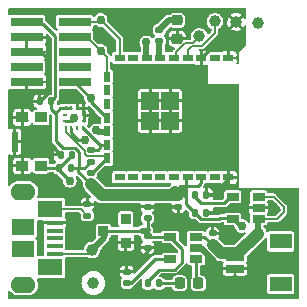
<source format=gtl>
G04 #@! TF.GenerationSoftware,KiCad,Pcbnew,(6.0.11)*
G04 #@! TF.CreationDate,2023-05-05T12:53:29-03:00*
G04 #@! TF.ProjectId,HappyFeet,48617070-7946-4656-9574-2e6b69636164,V0.7*
G04 #@! TF.SameCoordinates,Original*
G04 #@! TF.FileFunction,Copper,L1,Top*
G04 #@! TF.FilePolarity,Positive*
%FSLAX46Y46*%
G04 Gerber Fmt 4.6, Leading zero omitted, Abs format (unit mm)*
G04 Created by KiCad (PCBNEW (6.0.11)) date 2023-05-05 12:53:29*
%MOMM*%
%LPD*%
G01*
G04 APERTURE LIST*
G04 Aperture macros list*
%AMRoundRect*
0 Rectangle with rounded corners*
0 $1 Rounding radius*
0 $2 $3 $4 $5 $6 $7 $8 $9 X,Y pos of 4 corners*
0 Add a 4 corners polygon primitive as box body*
4,1,4,$2,$3,$4,$5,$6,$7,$8,$9,$2,$3,0*
0 Add four circle primitives for the rounded corners*
1,1,$1+$1,$2,$3*
1,1,$1+$1,$4,$5*
1,1,$1+$1,$6,$7*
1,1,$1+$1,$8,$9*
0 Add four rect primitives between the rounded corners*
20,1,$1+$1,$2,$3,$4,$5,0*
20,1,$1+$1,$4,$5,$6,$7,0*
20,1,$1+$1,$6,$7,$8,$9,0*
20,1,$1+$1,$8,$9,$2,$3,0*%
G04 Aperture macros list end*
G04 #@! TA.AperFunction,SMDPad,CuDef*
%ADD10RoundRect,0.147500X0.147500X0.172500X-0.147500X0.172500X-0.147500X-0.172500X0.147500X-0.172500X0*%
G04 #@! TD*
G04 #@! TA.AperFunction,SMDPad,CuDef*
%ADD11RoundRect,0.147500X-0.147500X-0.172500X0.147500X-0.172500X0.147500X0.172500X-0.147500X0.172500X0*%
G04 #@! TD*
G04 #@! TA.AperFunction,SMDPad,CuDef*
%ADD12RoundRect,0.147500X-0.172500X0.147500X-0.172500X-0.147500X0.172500X-0.147500X0.172500X0.147500X0*%
G04 #@! TD*
G04 #@! TA.AperFunction,SMDPad,CuDef*
%ADD13RoundRect,0.147500X0.172500X-0.147500X0.172500X0.147500X-0.172500X0.147500X-0.172500X-0.147500X0*%
G04 #@! TD*
G04 #@! TA.AperFunction,SMDPad,CuDef*
%ADD14R,1.549400X0.660400*%
G04 #@! TD*
G04 #@! TA.AperFunction,SMDPad,CuDef*
%ADD15R,1.905000X1.295400*%
G04 #@! TD*
G04 #@! TA.AperFunction,SMDPad,CuDef*
%ADD16R,0.990600X0.889000*%
G04 #@! TD*
G04 #@! TA.AperFunction,SMDPad,CuDef*
%ADD17R,0.558800X1.701800*%
G04 #@! TD*
G04 #@! TA.AperFunction,SMDPad,CuDef*
%ADD18R,1.060000X0.650000*%
G04 #@! TD*
G04 #@! TA.AperFunction,SMDPad,CuDef*
%ADD19C,1.000000*%
G04 #@! TD*
G04 #@! TA.AperFunction,SMDPad,CuDef*
%ADD20RoundRect,0.218750X0.256250X-0.218750X0.256250X0.218750X-0.256250X0.218750X-0.256250X-0.218750X0*%
G04 #@! TD*
G04 #@! TA.AperFunction,SMDPad,CuDef*
%ADD21RoundRect,0.218750X0.218750X0.256250X-0.218750X0.256250X-0.218750X-0.256250X0.218750X-0.256250X0*%
G04 #@! TD*
G04 #@! TA.AperFunction,SMDPad,CuDef*
%ADD22R,0.279400X0.304800*%
G04 #@! TD*
G04 #@! TA.AperFunction,SMDPad,CuDef*
%ADD23R,0.304800X0.279400*%
G04 #@! TD*
G04 #@! TA.AperFunction,SMDPad,CuDef*
%ADD24R,0.889000X0.609600*%
G04 #@! TD*
G04 #@! TA.AperFunction,SMDPad,CuDef*
%ADD25R,0.609600X0.889000*%
G04 #@! TD*
G04 #@! TA.AperFunction,SMDPad,CuDef*
%ADD26R,1.500000X1.500000*%
G04 #@! TD*
G04 #@! TA.AperFunction,SMDPad,CuDef*
%ADD27R,0.889000X0.812800*%
G04 #@! TD*
G04 #@! TA.AperFunction,SMDPad,CuDef*
%ADD28R,1.371600X0.457200*%
G04 #@! TD*
G04 #@! TA.AperFunction,SMDPad,CuDef*
%ADD29R,2.108200X1.473200*%
G04 #@! TD*
G04 #@! TA.AperFunction,SMDPad,CuDef*
%ADD30R,1.905000X1.371600*%
G04 #@! TD*
G04 #@! TA.AperFunction,ComponentPad*
%ADD31O,2.108200X1.397000*%
G04 #@! TD*
G04 #@! TA.AperFunction,SMDPad,CuDef*
%ADD32R,2.790000X0.740000*%
G04 #@! TD*
G04 #@! TA.AperFunction,ViaPad*
%ADD33C,0.762000*%
G04 #@! TD*
G04 #@! TA.AperFunction,Conductor*
%ADD34C,0.250000*%
G04 #@! TD*
G04 #@! TA.AperFunction,Conductor*
%ADD35C,0.500000*%
G04 #@! TD*
G04 #@! TA.AperFunction,Conductor*
%ADD36C,1.000000*%
G04 #@! TD*
G04 #@! TA.AperFunction,Conductor*
%ADD37C,0.154000*%
G04 #@! TD*
G04 APERTURE END LIST*
D10*
G04 #@! TO.P,C3,1*
G04 #@! TO.N,+3V3*
X103855000Y-78070000D03*
G04 #@! TO.P,C3,2*
G04 #@! TO.N,GND*
X102885000Y-78070000D03*
G04 #@! TD*
D11*
G04 #@! TO.P,C15,1*
G04 #@! TO.N,GND*
X104635000Y-82620000D03*
G04 #@! TO.P,C15,2*
G04 #@! TO.N,NRST*
X105605000Y-82620000D03*
G04 #@! TD*
D12*
G04 #@! TO.P,C18,1*
G04 #@! TO.N,VBUS*
X112000000Y-89515000D03*
G04 #@! TO.P,C18,2*
G04 #@! TO.N,GND*
X112000000Y-90485000D03*
G04 #@! TD*
D13*
G04 #@! TO.P,C19,1*
G04 #@! TO.N,VBUS*
X112000000Y-87985000D03*
G04 #@! TO.P,C19,2*
G04 #@! TO.N,GND*
X112000000Y-87015000D03*
G04 #@! TD*
D11*
G04 #@! TO.P,C22,1*
G04 #@! TO.N,Net-(C22-Pad1)*
X116015000Y-86000000D03*
G04 #@! TO.P,C22,2*
G04 #@! TO.N,GND*
X116985000Y-86000000D03*
G04 #@! TD*
G04 #@! TO.P,C26,1*
G04 #@! TO.N,+3V3*
X116015000Y-87500000D03*
G04 #@! TO.P,C26,2*
G04 #@! TO.N,GND*
X116985000Y-87500000D03*
G04 #@! TD*
D14*
G04 #@! TO.P,J3,1,1*
G04 #@! TO.N,GND*
X119401500Y-92249999D03*
G04 #@! TO.P,J3,2,2*
G04 #@! TO.N,+BATT*
X119401500Y-91250001D03*
D15*
G04 #@! TO.P,J3,3*
G04 #@! TO.N,N/C*
X123276501Y-89950001D03*
G04 #@! TO.P,J3,4*
X123276501Y-93549999D03*
G04 #@! TD*
D13*
G04 #@! TO.P,R1,1*
G04 #@! TO.N,BLUELED*
X113000000Y-72985000D03*
G04 #@! TO.P,R1,2*
G04 #@! TO.N,Net-(D1-Pad2)*
X113000000Y-72015000D03*
G04 #@! TD*
D10*
G04 #@! TO.P,R3,1*
G04 #@! TO.N,+3V3*
X105485000Y-83750000D03*
G04 #@! TO.P,R3,2*
G04 #@! TO.N,NRST*
X104515000Y-83750000D03*
G04 #@! TD*
D16*
G04 #@! TO.P,SW1,1,1*
G04 #@! TO.N,unconnected-(SW1-Pad1)*
X102980001Y-79450002D03*
G04 #@! TO.P,SW1,2,2*
G04 #@! TO.N,GND*
X101379999Y-79450002D03*
G04 #@! TO.P,SW1,3,3*
G04 #@! TO.N,NRST*
X102980001Y-83549998D03*
G04 #@! TO.P,SW1,4,4*
G04 #@! TO.N,GND*
X101379999Y-83549998D03*
D17*
G04 #@! TO.P,SW1,5,5*
X100754999Y-81500000D03*
G04 #@! TD*
D18*
G04 #@! TO.P,U4,1,STAT*
G04 #@! TO.N,Net-(D3-Pad1)*
X116100000Y-91450000D03*
G04 #@! TO.P,U4,2,VSS*
G04 #@! TO.N,GND*
X116100000Y-90500000D03*
G04 #@! TO.P,U4,3,VBAT*
G04 #@! TO.N,+BATT*
X116100000Y-89550000D03*
G04 #@! TO.P,U4,4,VDD*
G04 #@! TO.N,VBUS*
X113900000Y-89550000D03*
G04 #@! TO.P,U4,5,PROG*
G04 #@! TO.N,Net-(R7-Pad1)*
X113900000Y-91450000D03*
G04 #@! TD*
D12*
G04 #@! TO.P,C24,1*
G04 #@! TO.N,+3V3*
X114610000Y-86045000D03*
G04 #@! TO.P,C24,2*
G04 #@! TO.N,GND*
X114610000Y-87015000D03*
G04 #@! TD*
D19*
G04 #@! TO.P,FID1,*
G04 #@! TO.N,*
X121360000Y-71460000D03*
G04 #@! TD*
D20*
G04 #@! TO.P,D1,1,K*
G04 #@! TO.N,GND*
X114500000Y-72787500D03*
G04 #@! TO.P,D1,2,A*
G04 #@! TO.N,Net-(D1-Pad2)*
X114500000Y-71212500D03*
G04 #@! TD*
D21*
G04 #@! TO.P,D3,1,K*
G04 #@! TO.N,Net-(D3-Pad1)*
X116287500Y-93500000D03*
G04 #@! TO.P,D3,2,A*
G04 #@! TO.N,Net-(D3-Pad2)*
X114712500Y-93500000D03*
G04 #@! TD*
D13*
G04 #@! TO.P,R7,1*
G04 #@! TO.N,Net-(R7-Pad1)*
X110250000Y-93485000D03*
G04 #@! TO.P,R7,2*
G04 #@! TO.N,GND*
X110250000Y-92515000D03*
G04 #@! TD*
D11*
G04 #@! TO.P,R6,1*
G04 #@! TO.N,VBUS*
X112015000Y-93500000D03*
G04 #@! TO.P,R6,2*
G04 #@! TO.N,Net-(D3-Pad2)*
X112985000Y-93500000D03*
G04 #@! TD*
D18*
G04 #@! TO.P,U5,1,VIN*
G04 #@! TO.N,+BATT*
X121400000Y-88050000D03*
G04 #@! TO.P,U5,2,GND*
G04 #@! TO.N,GND*
X121400000Y-87100000D03*
G04 #@! TO.P,U5,3,INH*
G04 #@! TO.N,+BATT*
X121400000Y-86150000D03*
G04 #@! TO.P,U5,4,BYP*
G04 #@! TO.N,Net-(C22-Pad1)*
X119200000Y-86150000D03*
G04 #@! TO.P,U5,5,VOUT*
G04 #@! TO.N,+3V3*
X119200000Y-88050000D03*
G04 #@! TD*
D22*
G04 #@! TO.P,U2,1,SCL/SPC*
G04 #@! TO.N,I2CSCL*
X105049999Y-80325500D03*
G04 #@! TO.P,U2,2,CS*
G04 #@! TO.N,ACCCS*
X105550000Y-80325500D03*
G04 #@! TO.P,U2,3,SDO/SA0*
G04 #@! TO.N,unconnected-(U2-Pad3)*
X106050000Y-80325500D03*
G04 #@! TO.P,U2,4,SDA/SDI/SDO*
G04 #@! TO.N,I2CSDA*
X106550001Y-80325500D03*
D23*
G04 #@! TO.P,U2,5,NC*
G04 #@! TO.N,unconnected-(U2-Pad5)*
X106625500Y-79750000D03*
G04 #@! TO.P,U2,6,GND*
G04 #@! TO.N,GND*
X106625500Y-79250000D03*
D22*
G04 #@! TO.P,U2,7,RES*
X106550001Y-78674500D03*
G04 #@! TO.P,U2,8,GND*
X106050000Y-78674500D03*
G04 #@! TO.P,U2,9,VDD*
G04 #@! TO.N,+3V3*
X105550000Y-78674500D03*
G04 #@! TO.P,U2,10,VDDIO*
X105049999Y-78674500D03*
D23*
G04 #@! TO.P,U2,11,INT2*
G04 #@! TO.N,unconnected-(U2-Pad11)*
X104974500Y-79250000D03*
G04 #@! TO.P,U2,12,INT1*
G04 #@! TO.N,ACCINT*
X104974500Y-79750000D03*
G04 #@! TD*
D13*
G04 #@! TO.P,C23,1*
G04 #@! TO.N,+BATT*
X117500000Y-90235000D03*
G04 #@! TO.P,C23,2*
G04 #@! TO.N,GND*
X117500000Y-89265000D03*
G04 #@! TD*
D24*
G04 #@! TO.P,U1,1,GND*
G04 #@! TO.N,GND*
X118835118Y-74415000D03*
G04 #@! TO.P,U1,2,NC*
G04 #@! TO.N,unconnected-(U1-Pad2)*
X117685117Y-74415000D03*
G04 #@! TO.P,U1,3,GND*
G04 #@! TO.N,GND*
X116535117Y-74415000D03*
G04 #@! TO.P,U1,4,DIO_0*
G04 #@! TO.N,TX*
X115385117Y-74415000D03*
G04 #@! TO.P,U1,5,DIO_1*
G04 #@! TO.N,RX*
X114235117Y-74415000D03*
G04 #@! TO.P,U1,6,DIO_2*
G04 #@! TO.N,BLUELED*
X113085116Y-74415000D03*
G04 #@! TO.P,U1,7,DIO_3*
G04 #@! TO.N,ACCCS*
X111935116Y-74415000D03*
G04 #@! TO.P,U1,8,DIO_4*
G04 #@! TO.N,unconnected-(U1-Pad8)*
X110785116Y-74415000D03*
G04 #@! TO.P,U1,9,JTAG_TMS*
G04 #@! TO.N,JTAG_TMS*
X109635116Y-74415000D03*
D25*
G04 #@! TO.P,U1,10,JTAG_TCK*
G04 #@! TO.N,JTAG_TCK*
X108535512Y-76015009D03*
G04 #@! TO.P,U1,11,DIO_5_JTAG_TDO*
G04 #@! TO.N,unconnected-(U1-Pad11)*
X108535512Y-77165010D03*
G04 #@! TO.P,U1,12,DIO_6_JTAG_TDI*
G04 #@! TO.N,unconnected-(U1-Pad12)*
X108535512Y-78315010D03*
G04 #@! TO.P,U1,13,RESET_N*
G04 #@! TO.N,NRST*
X108535512Y-79465010D03*
G04 #@! TO.P,U1,14,DIO_7*
G04 #@! TO.N,ACCINT*
X108535512Y-80615010D03*
G04 #@! TO.P,U1,15,DIO_8*
G04 #@! TO.N,I2CSDA*
X108535512Y-81765011D03*
G04 #@! TO.P,U1,16,DIO_9*
G04 #@! TO.N,I2CSCL*
X108535512Y-82915011D03*
D24*
G04 #@! TO.P,U1,17,DIO_10*
G04 #@! TO.N,unconnected-(U1-Pad17)*
X109635116Y-84515000D03*
G04 #@! TO.P,U1,18,DIO_11*
G04 #@! TO.N,unconnected-(U1-Pad18)*
X110785116Y-84515000D03*
G04 #@! TO.P,U1,19,DIO_12*
G04 #@! TO.N,unconnected-(U1-Pad19)*
X111935116Y-84515000D03*
G04 #@! TO.P,U1,20,DIO_13*
G04 #@! TO.N,unconnected-(U1-Pad20)*
X113085116Y-84515000D03*
G04 #@! TO.P,U1,21,DIO_14*
G04 #@! TO.N,unconnected-(U1-Pad21)*
X114235117Y-84515000D03*
G04 #@! TO.P,U1,22,VDD*
G04 #@! TO.N,+3V3*
X115385117Y-84515000D03*
G04 #@! TO.P,U1,23,VDD*
X116535117Y-84515000D03*
G04 #@! TO.P,U1,24,NC*
G04 #@! TO.N,unconnected-(U1-Pad24)*
X117685117Y-84515000D03*
G04 #@! TO.P,U1,25,GND*
G04 #@! TO.N,GND*
X118835118Y-84515000D03*
D26*
G04 #@! TO.P,U1,26,EGP*
X113910111Y-78029900D03*
G04 #@! TO.P,U1,27,EGP*
X112210112Y-78030000D03*
G04 #@! TO.P,U1,28,EGP*
X112210000Y-79730000D03*
G04 #@! TO.P,U1,29,EGP*
X113910022Y-79730000D03*
G04 #@! TD*
D13*
G04 #@! TO.P,R4,1*
G04 #@! TO.N,+3V3*
X107200000Y-85085000D03*
G04 #@! TO.P,R4,2*
G04 #@! TO.N,I2CSCL*
X107200000Y-84115000D03*
G04 #@! TD*
G04 #@! TO.P,R8,1*
G04 #@! TO.N,+3V3*
X107200000Y-83185000D03*
G04 #@! TO.P,R8,2*
G04 #@! TO.N,I2CSDA*
X107200000Y-82215000D03*
G04 #@! TD*
D19*
G04 #@! TO.P,FID2,*
G04 #@! TO.N,*
X107400000Y-93470000D03*
G04 #@! TD*
G04 #@! TO.P,TP1,1,1*
G04 #@! TO.N,+3V3*
X108200000Y-86000000D03*
G04 #@! TD*
G04 #@! TO.P,TP2,1,1*
G04 #@! TO.N,GND*
X119500000Y-71350000D03*
G04 #@! TD*
G04 #@! TO.P,TP3,1,1*
G04 #@! TO.N,VBUS*
X107300000Y-90670000D03*
G04 #@! TD*
G04 #@! TO.P,TP4,1,1*
G04 #@! TO.N,TX*
X117700000Y-71310000D03*
G04 #@! TD*
G04 #@! TO.P,TP5,1,1*
G04 #@! TO.N,RX*
X116380000Y-72580000D03*
G04 #@! TD*
D13*
G04 #@! TO.P,R5,1*
G04 #@! TO.N,/SHIELD*
X106900000Y-87755000D03*
G04 #@! TO.P,R5,2*
G04 #@! TO.N,GND*
X106900000Y-86785000D03*
G04 #@! TD*
D27*
G04 #@! TO.P,Z1,1,ANODE*
G04 #@! TO.N,GND*
X110154999Y-90064999D03*
G04 #@! TO.P,Z1,2,NC*
G04 #@! TO.N,unconnected-(Z1-Pad2)*
X110154999Y-88015001D03*
G04 #@! TO.P,Z1,3,CATHODE*
G04 #@! TO.N,VBUS*
X108265000Y-89040000D03*
G04 #@! TD*
D28*
G04 #@! TO.P,J1,1,VBUS*
G04 #@! TO.N,VBUS*
X104136394Y-90970000D03*
G04 #@! TO.P,J1,2,D-*
G04 #@! TO.N,unconnected-(J1-Pad2)*
X104136394Y-90319999D03*
G04 #@! TO.P,J1,3,D+*
G04 #@! TO.N,unconnected-(J1-Pad3)*
X104136394Y-89670000D03*
G04 #@! TO.P,J1,4,ID*
G04 #@! TO.N,unconnected-(J1-Pad4)*
X104136394Y-89020001D03*
G04 #@! TO.P,J1,5,GND*
G04 #@! TO.N,GND*
X104136394Y-88370000D03*
D29*
G04 #@! TO.P,J1,6,Shield*
G04 #@! TO.N,/SHIELD*
X103768100Y-87207501D03*
G04 #@! TO.P,J1,7*
G04 #@! TO.N,N/C*
X103768100Y-92132499D03*
D30*
G04 #@! TO.P,J1,8*
X101472300Y-88732500D03*
G04 #@! TO.P,J1,9*
X101472300Y-90607500D03*
D31*
G04 #@! TO.P,J1,10*
X101468200Y-85720300D03*
G04 #@! TO.P,J1,11*
X101468200Y-93619700D03*
G04 #@! TD*
D32*
G04 #@! TO.P,J2,1*
G04 #@! TO.N,+3V3*
X101750000Y-71364000D03*
G04 #@! TO.P,J2,2*
G04 #@! TO.N,JTAG_TMS*
X105820000Y-71364000D03*
G04 #@! TO.P,J2,3*
G04 #@! TO.N,GND*
X101750000Y-72634000D03*
G04 #@! TO.P,J2,4*
G04 #@! TO.N,JTAG_TCK*
X105820000Y-72634000D03*
G04 #@! TO.P,J2,5*
G04 #@! TO.N,GND*
X101750000Y-73904000D03*
G04 #@! TO.P,J2,6*
G04 #@! TO.N,unconnected-(J2-Pad6)*
X105820000Y-73904000D03*
G04 #@! TO.P,J2,7*
G04 #@! TO.N,unconnected-(J2-Pad7)*
X101750000Y-75174000D03*
G04 #@! TO.P,J2,8*
G04 #@! TO.N,unconnected-(J2-Pad8)*
X105820000Y-75174000D03*
G04 #@! TO.P,J2,9*
G04 #@! TO.N,GND*
X101750000Y-76444000D03*
G04 #@! TO.P,J2,10*
G04 #@! TO.N,NRST*
X105820000Y-76444000D03*
G04 #@! TD*
D33*
G04 #@! TO.N,GND*
X110230000Y-80000000D03*
X113910000Y-75930000D03*
X105850000Y-77820000D03*
X117680000Y-73400000D03*
X116660000Y-80400000D03*
X117650000Y-92100000D03*
X118410000Y-94030000D03*
X116660000Y-78180000D03*
X118720000Y-89340000D03*
X113910111Y-78029900D03*
X116090000Y-71150000D03*
X117890000Y-85550000D03*
X122690000Y-87000000D03*
X112210000Y-79630000D03*
X118920000Y-82630000D03*
X111222500Y-91542500D03*
X111970000Y-71070000D03*
X102892500Y-81337500D03*
X101400000Y-78100000D03*
X110210000Y-76130000D03*
X121610000Y-91630000D03*
X106900000Y-88870000D03*
X119080000Y-77290000D03*
X110230000Y-82600000D03*
X113910022Y-79730000D03*
X123810000Y-91930000D03*
X114650000Y-82630000D03*
X117900000Y-87330000D03*
X118790000Y-72480000D03*
X112440000Y-82630000D03*
X110200000Y-77800000D03*
X124060000Y-88360000D03*
X116740000Y-82630000D03*
X119020000Y-78910000D03*
X105720000Y-94281500D03*
X109000000Y-92570000D03*
X114390000Y-88350000D03*
X112210000Y-78030000D03*
X113560000Y-87010000D03*
X121010000Y-93930000D03*
X118790000Y-73520000D03*
X119020000Y-80550000D03*
X108837500Y-73214000D03*
G04 #@! TO.N,+3V3*
X119977500Y-88634000D03*
G04 #@! TO.N,NRST*
X105400000Y-84800000D03*
X107200000Y-77760000D03*
G04 #@! TO.N,JTAG_TMS*
X108017500Y-71186500D03*
G04 #@! TO.N,JTAG_TCK*
X108015000Y-73816500D03*
G04 #@! TO.N,ACCINT*
X107660000Y-80550000D03*
X105800000Y-79520000D03*
G04 #@! TO.N,ACCCS*
X106682393Y-81327607D03*
X111900000Y-73100000D03*
G04 #@! TD*
D34*
G04 #@! TO.N,GND*
X102892500Y-81337500D02*
X103265001Y-81710000D01*
X117799999Y-92249999D02*
X117650000Y-92100000D01*
X106550001Y-78674500D02*
X106550001Y-79174501D01*
X101379999Y-78120001D02*
X101400000Y-78100000D01*
X112000000Y-90485000D02*
X112000000Y-90765000D01*
X116535117Y-74415000D02*
X117550117Y-73400000D01*
X106050000Y-78674500D02*
X106050000Y-78020000D01*
X103552500Y-77402500D02*
X103552500Y-74471500D01*
X106050000Y-78674500D02*
X106550001Y-78674500D01*
X117550117Y-73400000D02*
X117680000Y-73400000D01*
D35*
X112210000Y-79730000D02*
X112210000Y-79630000D01*
D34*
X116985000Y-86000000D02*
X117440000Y-86000000D01*
X116100000Y-90500000D02*
X116410002Y-90500000D01*
X118800000Y-84550000D02*
X118800000Y-84640000D01*
X121350000Y-87000000D02*
X122690000Y-87000000D01*
X101379999Y-79450002D02*
X101379999Y-78120001D01*
X112005000Y-87010000D02*
X112000000Y-87015000D01*
X118645000Y-89265000D02*
X118720000Y-89340000D01*
X116985000Y-87500000D02*
X117730000Y-87500000D01*
X117730000Y-87500000D02*
X117900000Y-87330000D01*
D35*
X117650000Y-92100000D02*
X117650000Y-91587095D01*
D34*
X103372500Y-72634000D02*
X101750000Y-72634000D01*
X103552500Y-74471500D02*
X103167500Y-74086500D01*
X103552500Y-72814000D02*
X103372500Y-72634000D01*
X106550001Y-79174501D02*
X106625500Y-79250000D01*
D35*
X117650000Y-91587095D02*
X116562905Y-90500000D01*
D34*
X118800000Y-74450000D02*
X118800000Y-73530000D01*
X102885000Y-78070000D02*
X103552500Y-77402500D01*
D35*
X112210112Y-78030000D02*
X112210000Y-78030000D01*
D34*
X118800000Y-73530000D02*
X118790000Y-73520000D01*
X101620000Y-79480004D02*
X101799998Y-79660002D01*
X101039999Y-79660002D02*
X101799998Y-79660002D01*
X117500000Y-89265000D02*
X118645000Y-89265000D01*
X103552500Y-74471500D02*
X103552500Y-72814000D01*
X114610000Y-87015000D02*
X113565000Y-87015000D01*
X106625500Y-79250000D02*
X106625500Y-79750000D01*
X103265001Y-81710000D02*
X103725000Y-81710000D01*
X106050000Y-78020000D02*
X105850000Y-77820000D01*
X102885000Y-78070000D02*
X101430000Y-78070000D01*
X113565000Y-87015000D02*
X113560000Y-87010000D01*
X113560000Y-87010000D02*
X112005000Y-87010000D01*
X112000000Y-90765000D02*
X111222500Y-91542500D01*
D35*
X116562905Y-90500000D02*
X116100000Y-90500000D01*
D34*
X103725000Y-81710000D02*
X104635000Y-82620000D01*
X101430000Y-78070000D02*
X101400000Y-78100000D01*
X118800000Y-84640000D02*
X117890000Y-85550000D01*
X117440000Y-86000000D02*
X117890000Y-85550000D01*
G04 #@! TO.N,+3V3*
X106635000Y-83750000D02*
X107200000Y-83185000D01*
X103855000Y-78755000D02*
X104220000Y-79120000D01*
X114610000Y-85830000D02*
X115090000Y-85350000D01*
X115090000Y-85560000D02*
X114610000Y-86040000D01*
X119150000Y-87950000D02*
X118170000Y-87950000D01*
X104220000Y-79120000D02*
X104220000Y-79069000D01*
X114610000Y-85650000D02*
X114770000Y-85490000D01*
X104220000Y-80490000D02*
X104220000Y-81400011D01*
X115260000Y-84640000D02*
X115350000Y-84550000D01*
X116500000Y-84990000D02*
X116270000Y-85220000D01*
X116015000Y-87500000D02*
X115980000Y-87500000D01*
X116500000Y-84550000D02*
X116500000Y-84990000D01*
X103855000Y-78070000D02*
X103855000Y-78755000D01*
X115260000Y-86780000D02*
X115260000Y-85220000D01*
X114655000Y-85295000D02*
X114730000Y-85220000D01*
X114610000Y-86045000D02*
X114610000Y-85650000D01*
X118074990Y-88045010D02*
X116560010Y-88045010D01*
X104200000Y-72536500D02*
X103177500Y-71514000D01*
D36*
X108143999Y-86028999D02*
X107200000Y-85085000D01*
D34*
X119977500Y-88634000D02*
X119784000Y-88634000D01*
X115090000Y-85350000D02*
X115035000Y-85295000D01*
X115090000Y-86130000D02*
X115090000Y-85560000D01*
X115035000Y-85295000D02*
X114655000Y-85295000D01*
X115260000Y-85220000D02*
X115260000Y-84640000D01*
X104614500Y-78674500D02*
X105049999Y-78674500D01*
X106230000Y-82398190D02*
X106230000Y-83750000D01*
X106150000Y-83750000D02*
X106635000Y-83750000D01*
D36*
X114610000Y-86045000D02*
X114593999Y-86028999D01*
X114593999Y-86028999D02*
X108143999Y-86028999D01*
D34*
X106150000Y-84035000D02*
X106150000Y-83750000D01*
X116270000Y-85220000D02*
X115260000Y-85220000D01*
X118170000Y-87950000D02*
X118074990Y-88045010D01*
X105485000Y-83750000D02*
X106150000Y-83750000D01*
X106150000Y-83750000D02*
X106230000Y-83750000D01*
X104220000Y-79069000D02*
X104614500Y-78674500D01*
X115980000Y-87500000D02*
X115260000Y-86780000D01*
X104220000Y-81400011D02*
X104865010Y-82045021D01*
X114610000Y-86045000D02*
X114610000Y-85830000D01*
X116560010Y-88045010D02*
X116015000Y-87500000D01*
X105876831Y-82045021D02*
X106230000Y-82398190D01*
X104220000Y-79120000D02*
X104220000Y-80490000D01*
D36*
X114610000Y-86045000D02*
X114345000Y-85780000D01*
D34*
X119784000Y-88634000D02*
X119200000Y-88050000D01*
X114730000Y-85220000D02*
X115260000Y-85220000D01*
X107200000Y-85085000D02*
X106150000Y-84035000D01*
X105049999Y-78674500D02*
X105550000Y-78674500D01*
X104200000Y-77725000D02*
X104200000Y-72536500D01*
X104865010Y-82045021D02*
X105876831Y-82045021D01*
X114610000Y-86040000D02*
X114610000Y-86045000D01*
X103855000Y-78070000D02*
X104200000Y-77725000D01*
G04 #@! TO.N,NRST*
X105605000Y-82620000D02*
X105605000Y-82660000D01*
X104515000Y-83915000D02*
X105400000Y-84800000D01*
X107200000Y-78129498D02*
X108535512Y-79465010D01*
X105605000Y-82660000D02*
X104515000Y-83750000D01*
X104515000Y-83750000D02*
X103180003Y-83750000D01*
X107136000Y-77760000D02*
X105820000Y-76444000D01*
X103180003Y-83750000D02*
X102980001Y-83549998D01*
X104515000Y-83750000D02*
X104515000Y-83915000D01*
X107200000Y-77760000D02*
X107200000Y-78129498D01*
G04 #@! TO.N,VBUS*
X112015000Y-93285000D02*
X112970000Y-92330000D01*
D35*
X107300000Y-90670000D02*
X108300000Y-89670000D01*
D34*
X112000000Y-88980000D02*
X112000000Y-89515000D01*
D35*
X108300000Y-89670000D02*
X108300000Y-89075000D01*
D34*
X114280002Y-92330000D02*
X114900000Y-91710002D01*
D35*
X111525000Y-89040000D02*
X111940000Y-89040000D01*
X111940000Y-89040000D02*
X112000000Y-88980000D01*
D34*
X114900000Y-91710002D02*
X114900000Y-90550000D01*
X112000000Y-87985000D02*
X112000000Y-88980000D01*
X111525000Y-89040000D02*
X112000000Y-89515000D01*
X108265000Y-89040000D02*
X111525000Y-89040000D01*
D37*
X104136394Y-90970000D02*
X107000000Y-90970000D01*
X107000000Y-90970000D02*
X107300000Y-90670000D01*
D34*
X114900000Y-90550000D02*
X113900000Y-89550000D01*
X113900000Y-89550000D02*
X112035000Y-89550000D01*
X112970000Y-92330000D02*
X114280002Y-92330000D01*
X112015000Y-93500000D02*
X112015000Y-93285000D01*
D35*
X108300000Y-89075000D02*
X108265000Y-89040000D01*
D34*
X112035000Y-89550000D02*
X112000000Y-89515000D01*
D37*
G04 #@! TO.N,+BATT*
X123552009Y-87036167D02*
X123552010Y-87109904D01*
D36*
X117500000Y-90235000D02*
X118195000Y-90930000D01*
D37*
X122665842Y-86150000D02*
X123552009Y-87036167D01*
D34*
X116815000Y-89550000D02*
X117500000Y-90235000D01*
D37*
X121400000Y-86150000D02*
X122665842Y-86150000D01*
X123552010Y-87460000D02*
X122962010Y-88050000D01*
X122962010Y-88050000D02*
X121400000Y-88050000D01*
D35*
X121350000Y-89275000D02*
X121350000Y-88100000D01*
D37*
X123552010Y-87109904D02*
X123552010Y-87460000D01*
D36*
X118195000Y-90930000D02*
X119695000Y-90930000D01*
D34*
X116100000Y-89550000D02*
X116815000Y-89550000D01*
D36*
X119695000Y-90930000D02*
X121350000Y-89275000D01*
D35*
X121350000Y-88100000D02*
X121400000Y-88050000D01*
D34*
X119440000Y-91211501D02*
X119401500Y-91250001D01*
G04 #@! TO.N,Net-(C22-Pad1)*
X118476001Y-86723999D02*
X119150000Y-86050000D01*
X116553999Y-86723999D02*
X118476001Y-86723999D01*
X116015000Y-86000000D02*
X116015000Y-86185000D01*
X116015000Y-86185000D02*
X116553999Y-86723999D01*
D35*
G04 #@! TO.N,Net-(D1-Pad2)*
X113802500Y-71212500D02*
X113000000Y-72015000D01*
X114500000Y-71212500D02*
X113802500Y-71212500D01*
D34*
G04 #@! TO.N,Net-(D3-Pad1)*
X116100000Y-93312500D02*
X116287500Y-93500000D01*
X116100000Y-91450000D02*
X116100000Y-93312500D01*
G04 #@! TO.N,Net-(D3-Pad2)*
X114712500Y-93500000D02*
X112985000Y-93500000D01*
G04 #@! TO.N,Net-(R7-Pad1)*
X110555000Y-93485000D02*
X112590000Y-91450000D01*
X112590000Y-91450000D02*
X113900000Y-91450000D01*
X110250000Y-93485000D02*
X110555000Y-93485000D01*
D37*
G04 #@! TO.N,JTAG_TMS*
X109635116Y-74415000D02*
X109635116Y-72804116D01*
X105820000Y-71364000D02*
X107840000Y-71364000D01*
X109635116Y-72804116D02*
X108017500Y-71186500D01*
X107840000Y-71364000D02*
X108017500Y-71186500D01*
G04 #@! TO.N,JTAG_TCK*
X108015000Y-73816500D02*
X106832500Y-72634000D01*
X108535512Y-76015009D02*
X108535512Y-74324512D01*
X108523012Y-74324512D02*
X108015000Y-73816500D01*
X106845000Y-72634000D02*
X105820000Y-72634000D01*
X106832500Y-72634000D02*
X105820000Y-72634000D01*
X108535512Y-74324512D02*
X108523012Y-74324512D01*
D34*
G04 #@! TO.N,ACCINT*
X104974500Y-79750000D02*
X105600000Y-79750000D01*
X105760000Y-79590000D02*
X105760000Y-79560000D01*
X105760000Y-79560000D02*
X105800000Y-79520000D01*
D35*
X108500001Y-80650000D02*
X107760000Y-80650000D01*
D34*
X105600000Y-79750000D02*
X105760000Y-79590000D01*
D35*
X107760000Y-80650000D02*
X107660000Y-80550000D01*
D34*
G04 #@! TO.N,I2CSDA*
X106550001Y-80325500D02*
X106550001Y-80338200D01*
X108011801Y-81800000D02*
X108011801Y-81988199D01*
X107785000Y-82215000D02*
X108011801Y-81988199D01*
X108011801Y-81800000D02*
X108500001Y-81800000D01*
X107200000Y-82215000D02*
X107785000Y-82215000D01*
X106550001Y-80338200D02*
X108011801Y-81800000D01*
D37*
G04 #@! TO.N,I2CSCL*
X106893082Y-82712990D02*
X108333491Y-82712990D01*
D34*
X107200000Y-84115000D02*
X107335523Y-84115000D01*
D37*
X108333491Y-82712990D02*
X108535512Y-82915011D01*
X106702990Y-82307996D02*
X106702990Y-82522898D01*
X105049999Y-80655005D02*
X106702990Y-82307996D01*
D34*
X107335523Y-84115000D02*
X108535512Y-82915011D01*
D37*
X105049999Y-80325500D02*
X105049999Y-80655005D01*
X106702990Y-82522898D02*
X106893082Y-82712990D01*
D34*
G04 #@! TO.N,ACCCS*
X105550000Y-80727900D02*
X106149707Y-81327607D01*
X106149707Y-81327607D02*
X106682393Y-81327607D01*
D35*
X111900000Y-74379884D02*
X111935116Y-74415000D01*
D34*
X105550000Y-80325500D02*
X105550000Y-80727900D01*
D35*
X111900000Y-73100000D02*
X111900000Y-74379884D01*
D37*
G04 #@! TO.N,TX*
X116575943Y-73386019D02*
X117700000Y-72261962D01*
X115385117Y-74415000D02*
X115385117Y-73770902D01*
X117700000Y-72261962D02*
X117700000Y-71310000D01*
X115385117Y-73770902D02*
X115770000Y-73386019D01*
X115770000Y-73386019D02*
X116575943Y-73386019D01*
G04 #@! TO.N,RX*
X115827991Y-73132009D02*
X116380000Y-72580000D01*
X115190183Y-73132009D02*
X115827991Y-73132009D01*
X114377309Y-74272808D02*
X114377309Y-73944883D01*
X116380000Y-72889000D02*
X116380000Y-72580000D01*
X114235117Y-74415000D02*
X114377309Y-74272808D01*
X114377309Y-73944883D02*
X115190183Y-73132009D01*
X116390000Y-72777106D02*
X116390000Y-72740000D01*
D35*
G04 #@! TO.N,BLUELED*
X113000000Y-74400001D02*
X113049999Y-74450000D01*
X113000000Y-72985000D02*
X113000000Y-74400001D01*
D37*
G04 #@! TO.N,/SHIELD*
X103768100Y-87207501D02*
X106352501Y-87207501D01*
X106900000Y-87755000D02*
X106352501Y-87207501D01*
G04 #@! TD*
G04 #@! TA.AperFunction,Conductor*
G04 #@! TO.N,GND*
G36*
X120329191Y-70219407D02*
G01*
X120365155Y-70268907D01*
X120370000Y-70299500D01*
X120370000Y-70984758D01*
X120351093Y-71042949D01*
X120301593Y-71078913D01*
X120240407Y-71078913D01*
X120190907Y-71042949D01*
X120181718Y-71027534D01*
X120177720Y-71019190D01*
X120120603Y-70927783D01*
X120110735Y-70919502D01*
X120102768Y-70924009D01*
X119687863Y-71338914D01*
X119681809Y-71350797D01*
X119682605Y-71355828D01*
X120100514Y-71773737D01*
X120112384Y-71779785D01*
X120118667Y-71774187D01*
X120168220Y-71699603D01*
X120173252Y-71689814D01*
X120178453Y-71676121D01*
X120216792Y-71628437D01*
X120275837Y-71612395D01*
X120333034Y-71634123D01*
X120366537Y-71685321D01*
X120370000Y-71711277D01*
X120370000Y-73248992D01*
X120351093Y-73307183D01*
X120341004Y-73318996D01*
X119760000Y-73900000D01*
X119760000Y-74861000D01*
X119741093Y-74919191D01*
X119691593Y-74955155D01*
X119661000Y-74960000D01*
X119602129Y-74960000D01*
X119543938Y-74941093D01*
X119507974Y-74891593D01*
X119507974Y-74830407D01*
X119510664Y-74823116D01*
X119517015Y-74807782D01*
X119528670Y-74749188D01*
X119529618Y-74739566D01*
X119529618Y-74555680D01*
X119525496Y-74542995D01*
X119521375Y-74540000D01*
X118809118Y-74540000D01*
X118750927Y-74521093D01*
X118714963Y-74471593D01*
X118710118Y-74441000D01*
X118710118Y-74274320D01*
X118960118Y-74274320D01*
X118964240Y-74287005D01*
X118968361Y-74290000D01*
X119513938Y-74290000D01*
X119526623Y-74285878D01*
X119529618Y-74281757D01*
X119529618Y-74090434D01*
X119528670Y-74080812D01*
X119517015Y-74022217D01*
X119509696Y-74004549D01*
X119465277Y-73938070D01*
X119451748Y-73924541D01*
X119385269Y-73880122D01*
X119367601Y-73872803D01*
X119309006Y-73861148D01*
X119299384Y-73860200D01*
X118975798Y-73860200D01*
X118963113Y-73864322D01*
X118960118Y-73868443D01*
X118960118Y-74274320D01*
X118710118Y-74274320D01*
X118710118Y-73875880D01*
X118705996Y-73863195D01*
X118701875Y-73860200D01*
X118370852Y-73860200D01*
X118361230Y-73861148D01*
X118302638Y-73872802D01*
X118284961Y-73880125D01*
X118253843Y-73900917D01*
X118194955Y-73917526D01*
X118179532Y-73915701D01*
X118149365Y-73909700D01*
X117220869Y-73909700D01*
X117216108Y-73910647D01*
X117216098Y-73910648D01*
X117190708Y-73915699D01*
X117129947Y-73908509D01*
X117116391Y-73900917D01*
X117085269Y-73880122D01*
X117067600Y-73872803D01*
X117009005Y-73861148D01*
X116999383Y-73860200D01*
X116675797Y-73860200D01*
X116663112Y-73864322D01*
X116660117Y-73868443D01*
X116660117Y-74954120D01*
X116664239Y-74966805D01*
X116668360Y-74969800D01*
X117001000Y-74969800D01*
X117059191Y-74988707D01*
X117095155Y-75038207D01*
X117100000Y-75068800D01*
X117100000Y-76580000D01*
X119661000Y-76580000D01*
X119719191Y-76598907D01*
X119755155Y-76648407D01*
X119760000Y-76679000D01*
X119760000Y-85380000D01*
X124700500Y-85380000D01*
X124758691Y-85398907D01*
X124794655Y-85448407D01*
X124799500Y-85479000D01*
X124799500Y-94700500D01*
X124780593Y-94758691D01*
X124731093Y-94794655D01*
X124700500Y-94799500D01*
X100299500Y-94799500D01*
X100241309Y-94780593D01*
X100205345Y-94731093D01*
X100200500Y-94700500D01*
X100200500Y-94198463D01*
X100219407Y-94140272D01*
X100268907Y-94104308D01*
X100330093Y-94104308D01*
X100379593Y-94140272D01*
X100440833Y-94224562D01*
X100581270Y-94351013D01*
X100585760Y-94353605D01*
X100585761Y-94353606D01*
X100681022Y-94408604D01*
X100744930Y-94445501D01*
X100749859Y-94447102D01*
X100749860Y-94447103D01*
X100828220Y-94472563D01*
X100924658Y-94503898D01*
X100981700Y-94509894D01*
X101062904Y-94518429D01*
X101062911Y-94518429D01*
X101065486Y-94518700D01*
X101870914Y-94518700D01*
X101873489Y-94518429D01*
X101873496Y-94518429D01*
X101954700Y-94509894D01*
X102011742Y-94503898D01*
X102108180Y-94472563D01*
X102186540Y-94447103D01*
X102186541Y-94447102D01*
X102191470Y-94445501D01*
X102255379Y-94408604D01*
X102350639Y-94353606D01*
X102350640Y-94353605D01*
X102355130Y-94351013D01*
X102495567Y-94224562D01*
X102606645Y-94071676D01*
X102608753Y-94066942D01*
X102681400Y-93903775D01*
X102681401Y-93903771D01*
X102683509Y-93899037D01*
X102722800Y-93714189D01*
X102722800Y-93525211D01*
X102708081Y-93455963D01*
X106394757Y-93455963D01*
X106411175Y-93651483D01*
X106412508Y-93656131D01*
X106412508Y-93656132D01*
X106425621Y-93701860D01*
X106465258Y-93840091D01*
X106467473Y-93844401D01*
X106552731Y-94010296D01*
X106552734Y-94010300D01*
X106554944Y-94014601D01*
X106676818Y-94168369D01*
X106680505Y-94171507D01*
X106680507Y-94171509D01*
X106822550Y-94292397D01*
X106822555Y-94292400D01*
X106826238Y-94295535D01*
X106830460Y-94297895D01*
X106830465Y-94297898D01*
X106930144Y-94353606D01*
X106997513Y-94391257D01*
X107098549Y-94424086D01*
X107179513Y-94450393D01*
X107179516Y-94450394D01*
X107184118Y-94451889D01*
X107378946Y-94475121D01*
X107383768Y-94474750D01*
X107383771Y-94474750D01*
X107569748Y-94460440D01*
X107569753Y-94460439D01*
X107574576Y-94460068D01*
X107763556Y-94407303D01*
X107767869Y-94405124D01*
X107767875Y-94405122D01*
X107934368Y-94321020D01*
X107934370Y-94321018D01*
X107938689Y-94318837D01*
X107965490Y-94297898D01*
X108068464Y-94217447D01*
X122123501Y-94217447D01*
X122135134Y-94275930D01*
X122179449Y-94342251D01*
X122245770Y-94386566D01*
X122255333Y-94388468D01*
X122255335Y-94388469D01*
X122276864Y-94392751D01*
X122304253Y-94398199D01*
X124248749Y-94398199D01*
X124276138Y-94392751D01*
X124297667Y-94388469D01*
X124297669Y-94388468D01*
X124307232Y-94386566D01*
X124373553Y-94342251D01*
X124417868Y-94275930D01*
X124429501Y-94217447D01*
X124429501Y-92882551D01*
X124423008Y-92849907D01*
X124419771Y-92833633D01*
X124419770Y-92833631D01*
X124417868Y-92824068D01*
X124373553Y-92757747D01*
X124307232Y-92713432D01*
X124297669Y-92711530D01*
X124297667Y-92711529D01*
X124274996Y-92707020D01*
X124248749Y-92701799D01*
X122304253Y-92701799D01*
X122278006Y-92707020D01*
X122255335Y-92711529D01*
X122255333Y-92711530D01*
X122245770Y-92713432D01*
X122179449Y-92757747D01*
X122135134Y-92824068D01*
X122133232Y-92833631D01*
X122133231Y-92833633D01*
X122129994Y-92849907D01*
X122123501Y-92882551D01*
X122123501Y-94217447D01*
X108068464Y-94217447D01*
X108089487Y-94201022D01*
X108089491Y-94201018D01*
X108093303Y-94198040D01*
X108118915Y-94168369D01*
X108218345Y-94053177D01*
X108218347Y-94053175D01*
X108221509Y-94049511D01*
X108237990Y-94020500D01*
X108316036Y-93883115D01*
X108316037Y-93883112D01*
X108318425Y-93878909D01*
X108329903Y-93844407D01*
X108378831Y-93697323D01*
X108378831Y-93697321D01*
X108380358Y-93692732D01*
X108383347Y-93669076D01*
X108404601Y-93500824D01*
X108404949Y-93498071D01*
X108405341Y-93470000D01*
X108404438Y-93460783D01*
X108389466Y-93308096D01*
X108386194Y-93274728D01*
X108329484Y-93086894D01*
X108274556Y-92983589D01*
X108239643Y-92917927D01*
X108239641Y-92917923D01*
X108237370Y-92913653D01*
X108231005Y-92905848D01*
X108116422Y-92765355D01*
X108116421Y-92765354D01*
X108113361Y-92761602D01*
X107989655Y-92659264D01*
X107965907Y-92639618D01*
X107965906Y-92639617D01*
X107962180Y-92636535D01*
X107789585Y-92543213D01*
X107602152Y-92485193D01*
X107597342Y-92484687D01*
X107597340Y-92484687D01*
X107411835Y-92465189D01*
X107411833Y-92465189D01*
X107407019Y-92464683D01*
X107342891Y-92470519D01*
X107216438Y-92482027D01*
X107216435Y-92482028D01*
X107211618Y-92482466D01*
X107206976Y-92483832D01*
X107206972Y-92483833D01*
X107028040Y-92536496D01*
X107028037Y-92536497D01*
X107023393Y-92537864D01*
X106849512Y-92628767D01*
X106845743Y-92631797D01*
X106845742Y-92631798D01*
X106833395Y-92641725D01*
X106696600Y-92751711D01*
X106684730Y-92765857D01*
X106573589Y-92898310D01*
X106573586Y-92898314D01*
X106570480Y-92902016D01*
X106475956Y-93073954D01*
X106474492Y-93078568D01*
X106474491Y-93078571D01*
X106433780Y-93206908D01*
X106416628Y-93260978D01*
X106416088Y-93265790D01*
X106416088Y-93265791D01*
X106407155Y-93345435D01*
X106394757Y-93455963D01*
X102708081Y-93455963D01*
X102683509Y-93340363D01*
X102664691Y-93298096D01*
X102624963Y-93208866D01*
X102618567Y-93148016D01*
X102649160Y-93095028D01*
X102705056Y-93070141D01*
X102715404Y-93069599D01*
X104841948Y-93069599D01*
X104868195Y-93064378D01*
X104890866Y-93059869D01*
X104890868Y-93059868D01*
X104900431Y-93057966D01*
X104966752Y-93013651D01*
X105011067Y-92947330D01*
X105022700Y-92888847D01*
X105022700Y-92374320D01*
X109680000Y-92374320D01*
X109684122Y-92387005D01*
X109688243Y-92390000D01*
X110109320Y-92390000D01*
X110122005Y-92385878D01*
X110125000Y-92381757D01*
X110125000Y-92374320D01*
X110375000Y-92374320D01*
X110379122Y-92387005D01*
X110383243Y-92390000D01*
X110804320Y-92390000D01*
X110817005Y-92385878D01*
X110820000Y-92381757D01*
X110820000Y-92340109D01*
X110819391Y-92332370D01*
X110806476Y-92250830D01*
X110801721Y-92236194D01*
X110751629Y-92137882D01*
X110742587Y-92125437D01*
X110664563Y-92047413D01*
X110652118Y-92038371D01*
X110553806Y-91988279D01*
X110539170Y-91983524D01*
X110457630Y-91970609D01*
X110449891Y-91970000D01*
X110390680Y-91970000D01*
X110377995Y-91974122D01*
X110375000Y-91978243D01*
X110375000Y-92374320D01*
X110125000Y-92374320D01*
X110125000Y-91985680D01*
X110120878Y-91972995D01*
X110116757Y-91970000D01*
X110050109Y-91970000D01*
X110042370Y-91970609D01*
X109960830Y-91983524D01*
X109946194Y-91988279D01*
X109847882Y-92038371D01*
X109835437Y-92047413D01*
X109757413Y-92125437D01*
X109748371Y-92137882D01*
X109698279Y-92236194D01*
X109693524Y-92250830D01*
X109680609Y-92332370D01*
X109680000Y-92340109D01*
X109680000Y-92374320D01*
X105022700Y-92374320D01*
X105022700Y-91376151D01*
X105020644Y-91365813D01*
X105027836Y-91305051D01*
X105069370Y-91260122D01*
X105117742Y-91247500D01*
X106870343Y-91247500D01*
X106917582Y-91259497D01*
X106945436Y-91274621D01*
X107034989Y-91323244D01*
X107034991Y-91323245D01*
X107040235Y-91326092D01*
X107126069Y-91348610D01*
X107198464Y-91367603D01*
X107198468Y-91367604D01*
X107204233Y-91369116D01*
X107210194Y-91369210D01*
X107210197Y-91369210D01*
X107288996Y-91370447D01*
X107373760Y-91371779D01*
X107379575Y-91370447D01*
X107379577Y-91370447D01*
X107533206Y-91335262D01*
X107533209Y-91335261D01*
X107539029Y-91333928D01*
X107554610Y-91326092D01*
X107646324Y-91279964D01*
X107690498Y-91257747D01*
X107695035Y-91253872D01*
X107695038Y-91253870D01*
X107814888Y-91151508D01*
X107814891Y-91151505D01*
X107819423Y-91147634D01*
X107830718Y-91131915D01*
X107914877Y-91014796D01*
X107914878Y-91014794D01*
X107918361Y-91009947D01*
X107926960Y-90988558D01*
X107979377Y-90858167D01*
X107979378Y-90858165D01*
X107981601Y-90852634D01*
X107982721Y-90844766D01*
X108005034Y-90687985D01*
X108005034Y-90687979D01*
X108005490Y-90684778D01*
X108005645Y-90670000D01*
X108004034Y-90656687D01*
X108015814Y-90596646D01*
X108032313Y-90574790D01*
X108115938Y-90491165D01*
X109460499Y-90491165D01*
X109461447Y-90500787D01*
X109473102Y-90559382D01*
X109480421Y-90577050D01*
X109524840Y-90643529D01*
X109538369Y-90657058D01*
X109604848Y-90701477D01*
X109622516Y-90708796D01*
X109681111Y-90720451D01*
X109690733Y-90721399D01*
X110014319Y-90721399D01*
X110027004Y-90717277D01*
X110029999Y-90713156D01*
X110029999Y-90705719D01*
X110279999Y-90705719D01*
X110284121Y-90718404D01*
X110288242Y-90721399D01*
X110619265Y-90721399D01*
X110628887Y-90720451D01*
X110687482Y-90708796D01*
X110705150Y-90701477D01*
X110767389Y-90659891D01*
X111430000Y-90659891D01*
X111430609Y-90667630D01*
X111443524Y-90749170D01*
X111448279Y-90763806D01*
X111498371Y-90862118D01*
X111507413Y-90874563D01*
X111585437Y-90952587D01*
X111597882Y-90961629D01*
X111696194Y-91011721D01*
X111710830Y-91016476D01*
X111792370Y-91029391D01*
X111800109Y-91030000D01*
X111859320Y-91030000D01*
X111872005Y-91025878D01*
X111875000Y-91021757D01*
X111875000Y-91014320D01*
X112125000Y-91014320D01*
X112129122Y-91027005D01*
X112133243Y-91030000D01*
X112199891Y-91030000D01*
X112207630Y-91029391D01*
X112289165Y-91016477D01*
X112309852Y-91009755D01*
X112371027Y-91009755D01*
X112388915Y-90973080D01*
X112401938Y-90961760D01*
X112414562Y-90952588D01*
X112492587Y-90874563D01*
X112501629Y-90862118D01*
X112551721Y-90763806D01*
X112556476Y-90749170D01*
X112569391Y-90667630D01*
X112570000Y-90659891D01*
X112570000Y-90625680D01*
X112565878Y-90612995D01*
X112561757Y-90610000D01*
X112140680Y-90610000D01*
X112127995Y-90614122D01*
X112125000Y-90618243D01*
X112125000Y-91014320D01*
X111875000Y-91014320D01*
X111875000Y-90625680D01*
X111870878Y-90612995D01*
X111866757Y-90610000D01*
X111445680Y-90610000D01*
X111432995Y-90614122D01*
X111430000Y-90618243D01*
X111430000Y-90659891D01*
X110767389Y-90659891D01*
X110771629Y-90657058D01*
X110785158Y-90643529D01*
X110829577Y-90577050D01*
X110836896Y-90559382D01*
X110848551Y-90500787D01*
X110849499Y-90491165D01*
X110849499Y-90205679D01*
X110845377Y-90192994D01*
X110841256Y-90189999D01*
X110295679Y-90189999D01*
X110282994Y-90194121D01*
X110279999Y-90198242D01*
X110279999Y-90705719D01*
X110029999Y-90705719D01*
X110029999Y-90205679D01*
X110025877Y-90192994D01*
X110021756Y-90189999D01*
X109476179Y-90189999D01*
X109463494Y-90194121D01*
X109460499Y-90198242D01*
X109460499Y-90491165D01*
X108115938Y-90491165D01*
X108595484Y-90011619D01*
X108604197Y-90003877D01*
X108626299Y-89986453D01*
X108632110Y-89981872D01*
X108636386Y-89975686D01*
X108665703Y-89933267D01*
X108667511Y-89930737D01*
X108698239Y-89889135D01*
X108698240Y-89889134D01*
X108702635Y-89883183D01*
X108705029Y-89876366D01*
X108709131Y-89870431D01*
X108726948Y-89814096D01*
X108727928Y-89811159D01*
X108745068Y-89762352D01*
X108745068Y-89762350D01*
X108747520Y-89755369D01*
X108747758Y-89749327D01*
X108748280Y-89746647D01*
X108749980Y-89741270D01*
X108750500Y-89734663D01*
X108750500Y-89713060D01*
X108769407Y-89654869D01*
X108794497Y-89630746D01*
X108854052Y-89590952D01*
X108898367Y-89524631D01*
X108900913Y-89511835D01*
X108905156Y-89490500D01*
X108910000Y-89466148D01*
X108910000Y-89461288D01*
X108910477Y-89456446D01*
X108912551Y-89456650D01*
X108928907Y-89406309D01*
X108978407Y-89370345D01*
X109009000Y-89365500D01*
X109420453Y-89365500D01*
X109478644Y-89384407D01*
X109514608Y-89433907D01*
X109514608Y-89495093D01*
X109502768Y-89519502D01*
X109480421Y-89552946D01*
X109473102Y-89570616D01*
X109461447Y-89629211D01*
X109460499Y-89638833D01*
X109460499Y-89924319D01*
X109464621Y-89937004D01*
X109468742Y-89939999D01*
X110833819Y-89939999D01*
X110846504Y-89935877D01*
X110849499Y-89931756D01*
X110849499Y-89638833D01*
X110848551Y-89629211D01*
X110836896Y-89570616D01*
X110829577Y-89552946D01*
X110807230Y-89519502D01*
X110790621Y-89460614D01*
X110811798Y-89403210D01*
X110862672Y-89369217D01*
X110889545Y-89365500D01*
X111172682Y-89365500D01*
X111228968Y-89383058D01*
X111324569Y-89449131D01*
X111331625Y-89451363D01*
X111331626Y-89451363D01*
X111410352Y-89476261D01*
X111460133Y-89511835D01*
X111479500Y-89570653D01*
X111479500Y-89695486D01*
X111480028Y-89699069D01*
X111480028Y-89699076D01*
X111487866Y-89752315D01*
X111489569Y-89763884D01*
X111540628Y-89867880D01*
X111546420Y-89873662D01*
X111567758Y-89894963D01*
X111595583Y-89949455D01*
X111586064Y-90009896D01*
X111567819Y-90035031D01*
X111507413Y-90095437D01*
X111498371Y-90107882D01*
X111448279Y-90206194D01*
X111443524Y-90220830D01*
X111430609Y-90302370D01*
X111430000Y-90310109D01*
X111430000Y-90344320D01*
X111434122Y-90357005D01*
X111438243Y-90360000D01*
X112554320Y-90360000D01*
X112567005Y-90355878D01*
X112570000Y-90351757D01*
X112570000Y-90310109D01*
X112569391Y-90302370D01*
X112556476Y-90220830D01*
X112551721Y-90206194D01*
X112501629Y-90107882D01*
X112492587Y-90095437D01*
X112441654Y-90044504D01*
X112413877Y-89989987D01*
X112423448Y-89929555D01*
X112466713Y-89886290D01*
X112511658Y-89875500D01*
X113084845Y-89875500D01*
X113143036Y-89894407D01*
X113176309Y-89936614D01*
X113179231Y-89943667D01*
X113181133Y-89953231D01*
X113225448Y-90019552D01*
X113291769Y-90063867D01*
X113301332Y-90065769D01*
X113301334Y-90065770D01*
X113324005Y-90070279D01*
X113350252Y-90075500D01*
X113924166Y-90075500D01*
X113982357Y-90094407D01*
X113994170Y-90104496D01*
X114545504Y-90655830D01*
X114573281Y-90710347D01*
X114574500Y-90725834D01*
X114574500Y-90828683D01*
X114555593Y-90886874D01*
X114506093Y-90922838D01*
X114459393Y-90925591D01*
X114459360Y-90925925D01*
X114457248Y-90925717D01*
X114456182Y-90925780D01*
X114449748Y-90924500D01*
X113350252Y-90924500D01*
X113324005Y-90929721D01*
X113301334Y-90934230D01*
X113301332Y-90934231D01*
X113291769Y-90936133D01*
X113225448Y-90980448D01*
X113181133Y-91046769D01*
X113179231Y-91056333D01*
X113176309Y-91063386D01*
X113136572Y-91109912D01*
X113084845Y-91124500D01*
X112608534Y-91124500D01*
X112599905Y-91124123D01*
X112569822Y-91121491D01*
X112561193Y-91120736D01*
X112552826Y-91122978D01*
X112523651Y-91130796D01*
X112515222Y-91132665D01*
X112477319Y-91139348D01*
X112430088Y-91132709D01*
X112420538Y-91162101D01*
X112389947Y-91189645D01*
X112385048Y-91192474D01*
X112377545Y-91196806D01*
X112363095Y-91214027D01*
X112352569Y-91226571D01*
X112346735Y-91232939D01*
X110945634Y-92634040D01*
X110891117Y-92661817D01*
X110830685Y-92652246D01*
X110817438Y-92644128D01*
X110811756Y-92640000D01*
X109695680Y-92640000D01*
X109682995Y-92644122D01*
X109680000Y-92648243D01*
X109680000Y-92689891D01*
X109680609Y-92697630D01*
X109693524Y-92779170D01*
X109698279Y-92793806D01*
X109748371Y-92892118D01*
X109757413Y-92904563D01*
X109817843Y-92964993D01*
X109845620Y-93019510D01*
X109836049Y-93079942D01*
X109817904Y-93104939D01*
X109790270Y-93132621D01*
X109739392Y-93236706D01*
X109729500Y-93304514D01*
X109729500Y-93665486D01*
X109730028Y-93669069D01*
X109730028Y-93669076D01*
X109738448Y-93726271D01*
X109739569Y-93733884D01*
X109790628Y-93837880D01*
X109796419Y-93843661D01*
X109866830Y-93913950D01*
X109866833Y-93913952D01*
X109872621Y-93919730D01*
X109976706Y-93970608D01*
X110026229Y-93977833D01*
X110040969Y-93979983D01*
X110040971Y-93979983D01*
X110044514Y-93980500D01*
X110455486Y-93980500D01*
X110459069Y-93979972D01*
X110459076Y-93979972D01*
X110516271Y-93971552D01*
X110516273Y-93971551D01*
X110523884Y-93970431D01*
X110538362Y-93963323D01*
X110569241Y-93948162D01*
X110627880Y-93919372D01*
X110648180Y-93899037D01*
X110703950Y-93843170D01*
X110703952Y-93843167D01*
X110709730Y-93837379D01*
X110744193Y-93766876D01*
X110765936Y-93739071D01*
X110767455Y-93738194D01*
X110773022Y-93731560D01*
X110773024Y-93731558D01*
X110792431Y-93708429D01*
X110798265Y-93702061D01*
X111362995Y-93137331D01*
X111417512Y-93109554D01*
X111477944Y-93119125D01*
X111521209Y-93162390D01*
X111530780Y-93222822D01*
X111530317Y-93224814D01*
X111529392Y-93226706D01*
X111528575Y-93232307D01*
X111528574Y-93232311D01*
X111520017Y-93290969D01*
X111519500Y-93294514D01*
X111519500Y-93705486D01*
X111520028Y-93709069D01*
X111520028Y-93709076D01*
X111524315Y-93738194D01*
X111529569Y-93773884D01*
X111532960Y-93780790D01*
X111532960Y-93780791D01*
X111551838Y-93819241D01*
X111580628Y-93877880D01*
X111586419Y-93883661D01*
X111656830Y-93953950D01*
X111656833Y-93953952D01*
X111662621Y-93959730D01*
X111766706Y-94010608D01*
X111816229Y-94017833D01*
X111830969Y-94019983D01*
X111830971Y-94019983D01*
X111834514Y-94020500D01*
X112195486Y-94020500D01*
X112199069Y-94019972D01*
X112199076Y-94019972D01*
X112256271Y-94011552D01*
X112256273Y-94011551D01*
X112263884Y-94010431D01*
X112287550Y-93998812D01*
X112343072Y-93971552D01*
X112367880Y-93959372D01*
X112429898Y-93897245D01*
X112484391Y-93869420D01*
X112544831Y-93878939D01*
X112569905Y-93897123D01*
X112632621Y-93959730D01*
X112736706Y-94010608D01*
X112786229Y-94017833D01*
X112800969Y-94019983D01*
X112800971Y-94019983D01*
X112804514Y-94020500D01*
X113165486Y-94020500D01*
X113169069Y-94019972D01*
X113169076Y-94019972D01*
X113226271Y-94011552D01*
X113226273Y-94011551D01*
X113233884Y-94010431D01*
X113257550Y-93998812D01*
X113313072Y-93971552D01*
X113337880Y-93959372D01*
X113343661Y-93953581D01*
X113413949Y-93883171D01*
X113413951Y-93883168D01*
X113419730Y-93877379D01*
X113423323Y-93870028D01*
X113425475Y-93867011D01*
X113474660Y-93830616D01*
X113506073Y-93825500D01*
X113999284Y-93825500D01*
X114057475Y-93844407D01*
X114089081Y-93887913D01*
X114090049Y-93887420D01*
X114093585Y-93894359D01*
X114093585Y-93894360D01*
X114133001Y-93971717D01*
X114150342Y-94005751D01*
X114244249Y-94099658D01*
X114251186Y-94103193D01*
X114251188Y-94103194D01*
X114323958Y-94140272D01*
X114362580Y-94159951D01*
X114370273Y-94161170D01*
X114370275Y-94161170D01*
X114456908Y-94174891D01*
X114456910Y-94174891D01*
X114460754Y-94175500D01*
X114964246Y-94175500D01*
X114968090Y-94174891D01*
X114968092Y-94174891D01*
X115054725Y-94161170D01*
X115054727Y-94161170D01*
X115062420Y-94159951D01*
X115101042Y-94140272D01*
X115173812Y-94103194D01*
X115173814Y-94103193D01*
X115180751Y-94099658D01*
X115274658Y-94005751D01*
X115292000Y-93971717D01*
X115331415Y-93894360D01*
X115331415Y-93894359D01*
X115334951Y-93887420D01*
X115336542Y-93877379D01*
X115349891Y-93793092D01*
X115349891Y-93793090D01*
X115350500Y-93789246D01*
X115350500Y-93210754D01*
X115342840Y-93162390D01*
X115336170Y-93120275D01*
X115336170Y-93120273D01*
X115334951Y-93112580D01*
X115326008Y-93095028D01*
X115278194Y-93001188D01*
X115278193Y-93001186D01*
X115274658Y-92994249D01*
X115180751Y-92900342D01*
X115173814Y-92896807D01*
X115173812Y-92896806D01*
X115069360Y-92843585D01*
X115069359Y-92843585D01*
X115062420Y-92840049D01*
X115054727Y-92838830D01*
X115054725Y-92838830D01*
X114968092Y-92825109D01*
X114968090Y-92825109D01*
X114964246Y-92824500D01*
X114460754Y-92824500D01*
X114456910Y-92825109D01*
X114456908Y-92825109D01*
X114454017Y-92825567D01*
X114453046Y-92825413D01*
X114453035Y-92825414D01*
X114453035Y-92825411D01*
X114393584Y-92815995D01*
X114386034Y-92808445D01*
X114371874Y-92832013D01*
X114351868Y-92845507D01*
X114251188Y-92896806D01*
X114251186Y-92896807D01*
X114244249Y-92900342D01*
X114150342Y-92994249D01*
X114146807Y-93001186D01*
X114146806Y-93001188D01*
X114098992Y-93095028D01*
X114090049Y-93112580D01*
X114089081Y-93112087D01*
X114057479Y-93155589D01*
X113999284Y-93174500D01*
X113506099Y-93174500D01*
X113447908Y-93155593D01*
X113425602Y-93133130D01*
X113422978Y-93129465D01*
X113419372Y-93122120D01*
X113409815Y-93112580D01*
X113343170Y-93046050D01*
X113343167Y-93046048D01*
X113337379Y-93040270D01*
X113233294Y-92989392D01*
X113183771Y-92982167D01*
X113169031Y-92980017D01*
X113169029Y-92980017D01*
X113165486Y-92979500D01*
X113019834Y-92979500D01*
X112961643Y-92960593D01*
X112925679Y-92911093D01*
X112925679Y-92849907D01*
X112949830Y-92810496D01*
X113075830Y-92684496D01*
X113130347Y-92656719D01*
X113145834Y-92655500D01*
X114261468Y-92655500D01*
X114270097Y-92655877D01*
X114308809Y-92659264D01*
X114308651Y-92661065D01*
X114357911Y-92672437D01*
X114359896Y-92674721D01*
X114368527Y-92657782D01*
X114393732Y-92641725D01*
X114393069Y-92640575D01*
X114393948Y-92640068D01*
X114394374Y-92639822D01*
X114401076Y-92637046D01*
X114403493Y-92635506D01*
X114403470Y-92635456D01*
X114403851Y-92635278D01*
X114404671Y-92634756D01*
X114406038Y-92634258D01*
X114411316Y-92631797D01*
X114419686Y-92629554D01*
X114449058Y-92608987D01*
X114451513Y-92607268D01*
X114458797Y-92602627D01*
X114463408Y-92599965D01*
X114492457Y-92583194D01*
X114517433Y-92553429D01*
X114523267Y-92547061D01*
X115117057Y-91953271D01*
X115123425Y-91947436D01*
X115153194Y-91922457D01*
X115172629Y-91888794D01*
X115177268Y-91881513D01*
X115187001Y-91867613D01*
X115199554Y-91849686D01*
X115201137Y-91843780D01*
X115241887Y-91800079D01*
X115301948Y-91788404D01*
X115357401Y-91814261D01*
X115379805Y-91846556D01*
X115381133Y-91853231D01*
X115425448Y-91919552D01*
X115491769Y-91963867D01*
X115501332Y-91965769D01*
X115501334Y-91965770D01*
X115522602Y-91970000D01*
X115550252Y-91975500D01*
X115675500Y-91975500D01*
X115733691Y-91994407D01*
X115769655Y-92043907D01*
X115774500Y-92074500D01*
X115774500Y-92904083D01*
X115755593Y-92962274D01*
X115745504Y-92974087D01*
X115725342Y-92994249D01*
X115721807Y-93001186D01*
X115721806Y-93001188D01*
X115673992Y-93095028D01*
X115665049Y-93112580D01*
X115663830Y-93120273D01*
X115663830Y-93120275D01*
X115657160Y-93162390D01*
X115649500Y-93210754D01*
X115649500Y-93789246D01*
X115650109Y-93793090D01*
X115650109Y-93793092D01*
X115663459Y-93877379D01*
X115665049Y-93887420D01*
X115668585Y-93894359D01*
X115668585Y-93894360D01*
X115708001Y-93971717D01*
X115725342Y-94005751D01*
X115819249Y-94099658D01*
X115826186Y-94103193D01*
X115826188Y-94103194D01*
X115898958Y-94140272D01*
X115937580Y-94159951D01*
X115945273Y-94161170D01*
X115945275Y-94161170D01*
X116031908Y-94174891D01*
X116031910Y-94174891D01*
X116035754Y-94175500D01*
X116539246Y-94175500D01*
X116543090Y-94174891D01*
X116543092Y-94174891D01*
X116629725Y-94161170D01*
X116629727Y-94161170D01*
X116637420Y-94159951D01*
X116676042Y-94140272D01*
X116748812Y-94103194D01*
X116748814Y-94103193D01*
X116755751Y-94099658D01*
X116849658Y-94005751D01*
X116867000Y-93971717D01*
X116906415Y-93894360D01*
X116906415Y-93894359D01*
X116909951Y-93887420D01*
X116911542Y-93877379D01*
X116924891Y-93793092D01*
X116924891Y-93793090D01*
X116925500Y-93789246D01*
X116925500Y-93210754D01*
X116917840Y-93162390D01*
X116911170Y-93120275D01*
X116911170Y-93120273D01*
X116909951Y-93112580D01*
X116901008Y-93095028D01*
X116853194Y-93001188D01*
X116853193Y-93001186D01*
X116849658Y-92994249D01*
X116755751Y-92900342D01*
X116748814Y-92896807D01*
X116748812Y-92896806D01*
X116644360Y-92843585D01*
X116644359Y-92843585D01*
X116637420Y-92840049D01*
X116629727Y-92838830D01*
X116629725Y-92838830D01*
X116543092Y-92825109D01*
X116543090Y-92825109D01*
X116539246Y-92824500D01*
X116524500Y-92824500D01*
X116466309Y-92805593D01*
X116430345Y-92756093D01*
X116425500Y-92725500D01*
X116425500Y-92599965D01*
X118376800Y-92599965D01*
X118377748Y-92609587D01*
X118389403Y-92668182D01*
X118396722Y-92685850D01*
X118441141Y-92752329D01*
X118454670Y-92765858D01*
X118521149Y-92810277D01*
X118538817Y-92817596D01*
X118597412Y-92829251D01*
X118607034Y-92830199D01*
X119260820Y-92830199D01*
X119273505Y-92826077D01*
X119276500Y-92821956D01*
X119276500Y-92814519D01*
X119526500Y-92814519D01*
X119530622Y-92827204D01*
X119534743Y-92830199D01*
X120195966Y-92830199D01*
X120205588Y-92829251D01*
X120264183Y-92817596D01*
X120281851Y-92810277D01*
X120348330Y-92765858D01*
X120361859Y-92752329D01*
X120406278Y-92685850D01*
X120413597Y-92668182D01*
X120425252Y-92609587D01*
X120426200Y-92599965D01*
X120426200Y-92390679D01*
X120422078Y-92377994D01*
X120417957Y-92374999D01*
X119542180Y-92374999D01*
X119529495Y-92379121D01*
X119526500Y-92383242D01*
X119526500Y-92814519D01*
X119276500Y-92814519D01*
X119276500Y-92390679D01*
X119272378Y-92377994D01*
X119268257Y-92374999D01*
X118392480Y-92374999D01*
X118379795Y-92379121D01*
X118376800Y-92383242D01*
X118376800Y-92599965D01*
X116425500Y-92599965D01*
X116425500Y-92074500D01*
X116444407Y-92016309D01*
X116493907Y-91980345D01*
X116524500Y-91975500D01*
X116649748Y-91975500D01*
X116677398Y-91970000D01*
X116698666Y-91965770D01*
X116698668Y-91965769D01*
X116708231Y-91963867D01*
X116774552Y-91919552D01*
X116818867Y-91853231D01*
X116822367Y-91835639D01*
X116828561Y-91804496D01*
X116830500Y-91794748D01*
X116830500Y-91105252D01*
X116818867Y-91046769D01*
X116822517Y-91046043D01*
X116819124Y-91002960D01*
X116833075Y-90971065D01*
X116860078Y-90930653D01*
X116867397Y-90912983D01*
X116879052Y-90854388D01*
X116880000Y-90844766D01*
X116880000Y-90844664D01*
X116880014Y-90844620D01*
X116880477Y-90839922D01*
X116881508Y-90840024D01*
X116898907Y-90786473D01*
X116948407Y-90750509D01*
X117009593Y-90750509D01*
X117049004Y-90774660D01*
X117680071Y-91405727D01*
X117684670Y-91410651D01*
X117722831Y-91454396D01*
X117727710Y-91457825D01*
X117775071Y-91491111D01*
X117779225Y-91494197D01*
X117829457Y-91533583D01*
X117834894Y-91536038D01*
X117834896Y-91536039D01*
X117836057Y-91536563D01*
X117837835Y-91537366D01*
X117854024Y-91546599D01*
X117861547Y-91551887D01*
X117921044Y-91575084D01*
X117925812Y-91577089D01*
X117983983Y-91603355D01*
X117993028Y-91605031D01*
X118010941Y-91610134D01*
X118019513Y-91613476D01*
X118025432Y-91614255D01*
X118025435Y-91614256D01*
X118082811Y-91621809D01*
X118087930Y-91622620D01*
X118109825Y-91626678D01*
X118150692Y-91634252D01*
X118212918Y-91630664D01*
X118218618Y-91630500D01*
X118334215Y-91630500D01*
X118392406Y-91649407D01*
X118428370Y-91698907D01*
X118428370Y-91760093D01*
X118416530Y-91784502D01*
X118396722Y-91814146D01*
X118389403Y-91831816D01*
X118377748Y-91890411D01*
X118376800Y-91900033D01*
X118376800Y-92109319D01*
X118380922Y-92122004D01*
X118385043Y-92124999D01*
X120410520Y-92124999D01*
X120423205Y-92120877D01*
X120426200Y-92116756D01*
X120426200Y-91900033D01*
X120425252Y-91890411D01*
X120413597Y-91831816D01*
X120406278Y-91814147D01*
X120369149Y-91758579D01*
X120352541Y-91699691D01*
X120359896Y-91666171D01*
X120365067Y-91658432D01*
X120376700Y-91599949D01*
X120376700Y-91279964D01*
X120395607Y-91221773D01*
X120405696Y-91209960D01*
X121875391Y-89740265D01*
X121877222Y-89737929D01*
X121877228Y-89737923D01*
X121946594Y-89649457D01*
X121997379Y-89615331D01*
X122058523Y-89617573D01*
X122106672Y-89655326D01*
X122123501Y-89710543D01*
X122123501Y-90617449D01*
X122125140Y-90625687D01*
X122132293Y-90661647D01*
X122135134Y-90675932D01*
X122179449Y-90742253D01*
X122245770Y-90786568D01*
X122255333Y-90788470D01*
X122255335Y-90788471D01*
X122278006Y-90792980D01*
X122304253Y-90798201D01*
X124248749Y-90798201D01*
X124274996Y-90792980D01*
X124297667Y-90788471D01*
X124297669Y-90788470D01*
X124307232Y-90786568D01*
X124373553Y-90742253D01*
X124417868Y-90675932D01*
X124420710Y-90661647D01*
X124427862Y-90625687D01*
X124429501Y-90617449D01*
X124429501Y-89282553D01*
X124417868Y-89224070D01*
X124373553Y-89157749D01*
X124307232Y-89113434D01*
X124297669Y-89111532D01*
X124297667Y-89111531D01*
X124274996Y-89107022D01*
X124248749Y-89101801D01*
X122304253Y-89101801D01*
X122278006Y-89107022D01*
X122255335Y-89111531D01*
X122255333Y-89111532D01*
X122245770Y-89113434D01*
X122190985Y-89150041D01*
X122180007Y-89157376D01*
X122121119Y-89173985D01*
X122063715Y-89152808D01*
X122030381Y-89104171D01*
X121996393Y-88993691D01*
X121994639Y-88987989D01*
X121907569Y-88842506D01*
X121829129Y-88763239D01*
X121801639Y-88708579D01*
X121800500Y-88693605D01*
X121800500Y-88674500D01*
X121819407Y-88616309D01*
X121868907Y-88580345D01*
X121899500Y-88575500D01*
X121949748Y-88575500D01*
X121976936Y-88570092D01*
X121998666Y-88565770D01*
X121998668Y-88565769D01*
X122008231Y-88563867D01*
X122074552Y-88519552D01*
X122118867Y-88453231D01*
X122121271Y-88441149D01*
X122128026Y-88407186D01*
X122157923Y-88353802D01*
X122213488Y-88328186D01*
X122225124Y-88327500D01*
X122912916Y-88327500D01*
X122916319Y-88327750D01*
X122920769Y-88329278D01*
X122966269Y-88327570D01*
X122969982Y-88327500D01*
X122987820Y-88327500D01*
X122991996Y-88326722D01*
X122996320Y-88326442D01*
X123006514Y-88326059D01*
X123014939Y-88325743D01*
X123014940Y-88325743D01*
X123024074Y-88325400D01*
X123032472Y-88321792D01*
X123032476Y-88321791D01*
X123033069Y-88321536D01*
X123054013Y-88315172D01*
X123063640Y-88313379D01*
X123084097Y-88300769D01*
X123096967Y-88294083D01*
X123112642Y-88287349D01*
X123112644Y-88287348D01*
X123119056Y-88284593D01*
X123123563Y-88280892D01*
X123126974Y-88277481D01*
X123142112Y-88265516D01*
X123143862Y-88263929D01*
X123151641Y-88259134D01*
X123167638Y-88238097D01*
X123176438Y-88228017D01*
X123713520Y-87690935D01*
X123716101Y-87688707D01*
X123720328Y-87686641D01*
X123751283Y-87653271D01*
X123753860Y-87650595D01*
X123766483Y-87637972D01*
X123768888Y-87634467D01*
X123771750Y-87631208D01*
X123784416Y-87617554D01*
X123784418Y-87617551D01*
X123790633Y-87610851D01*
X123794260Y-87601759D01*
X123804575Y-87582443D01*
X123804938Y-87581914D01*
X123804939Y-87581913D01*
X123810110Y-87574374D01*
X123812221Y-87565479D01*
X123812222Y-87565477D01*
X123815658Y-87550997D01*
X123820029Y-87537173D01*
X123826353Y-87521322D01*
X123826354Y-87521320D01*
X123828941Y-87514834D01*
X123829510Y-87509030D01*
X123829510Y-87504210D01*
X123831753Y-87485041D01*
X123831868Y-87482685D01*
X123833979Y-87473791D01*
X123832654Y-87464049D01*
X123830414Y-87447593D01*
X123829510Y-87434244D01*
X123829510Y-87158940D01*
X123829511Y-87158930D01*
X123829510Y-87085254D01*
X123829760Y-87081856D01*
X123831287Y-87077407D01*
X123829579Y-87031927D01*
X123829509Y-87028212D01*
X123829509Y-87010353D01*
X123828730Y-87006173D01*
X123828449Y-87001831D01*
X123827751Y-86983238D01*
X123827408Y-86974103D01*
X123823801Y-86965706D01*
X123823800Y-86965703D01*
X123823544Y-86965107D01*
X123817182Y-86944166D01*
X123817062Y-86943519D01*
X123817060Y-86943513D01*
X123815387Y-86934533D01*
X123810592Y-86926755D01*
X123810591Y-86926752D01*
X123802774Y-86914071D01*
X123796087Y-86901199D01*
X123792584Y-86893045D01*
X123786602Y-86879120D01*
X123782900Y-86874614D01*
X123779487Y-86871201D01*
X123767518Y-86856058D01*
X123765936Y-86854314D01*
X123761140Y-86846533D01*
X123740090Y-86830526D01*
X123730020Y-86821734D01*
X122896777Y-85988490D01*
X122894549Y-85985909D01*
X122892483Y-85981682D01*
X122859113Y-85950727D01*
X122856437Y-85948150D01*
X122843814Y-85935527D01*
X122840309Y-85933122D01*
X122837050Y-85930260D01*
X122823396Y-85917594D01*
X122823393Y-85917592D01*
X122816693Y-85911377D01*
X122807601Y-85907750D01*
X122788285Y-85897435D01*
X122787756Y-85897072D01*
X122787755Y-85897071D01*
X122780216Y-85891900D01*
X122771321Y-85889789D01*
X122771319Y-85889788D01*
X122756839Y-85886352D01*
X122743015Y-85881981D01*
X122727164Y-85875657D01*
X122727162Y-85875656D01*
X122720676Y-85873069D01*
X122714872Y-85872500D01*
X122710052Y-85872500D01*
X122690883Y-85870257D01*
X122688527Y-85870142D01*
X122679633Y-85868031D01*
X122670579Y-85869263D01*
X122670576Y-85869263D01*
X122653435Y-85871596D01*
X122640086Y-85872500D01*
X122225124Y-85872500D01*
X122166933Y-85853593D01*
X122130969Y-85804093D01*
X122128026Y-85792814D01*
X122120770Y-85756334D01*
X122120769Y-85756332D01*
X122118867Y-85746769D01*
X122074552Y-85680448D01*
X122008231Y-85636133D01*
X121998668Y-85634231D01*
X121998666Y-85634230D01*
X121975995Y-85629721D01*
X121949748Y-85624500D01*
X120850252Y-85624500D01*
X120824005Y-85629721D01*
X120801334Y-85634230D01*
X120801332Y-85634231D01*
X120791769Y-85636133D01*
X120725448Y-85680448D01*
X120681133Y-85746769D01*
X120669500Y-85805252D01*
X120669500Y-86494748D01*
X120674688Y-86520830D01*
X120681133Y-86553231D01*
X120677483Y-86553957D01*
X120680876Y-86597040D01*
X120666925Y-86628935D01*
X120639922Y-86669347D01*
X120632603Y-86687017D01*
X120620948Y-86745612D01*
X120620000Y-86755234D01*
X120620000Y-86959320D01*
X120624122Y-86972005D01*
X120628243Y-86975000D01*
X122164320Y-86975000D01*
X122177005Y-86970878D01*
X122180000Y-86966757D01*
X122180000Y-86755234D01*
X122179052Y-86745612D01*
X122167397Y-86687017D01*
X122160078Y-86669347D01*
X122133075Y-86628935D01*
X122116466Y-86570047D01*
X122120102Y-86553477D01*
X122118867Y-86553231D01*
X122128026Y-86507186D01*
X122157923Y-86453802D01*
X122213488Y-86428186D01*
X122225124Y-86427500D01*
X122509889Y-86427500D01*
X122568080Y-86446407D01*
X122579893Y-86456496D01*
X123245514Y-87122116D01*
X123273291Y-87176633D01*
X123274510Y-87192120D01*
X123274510Y-87304047D01*
X123255603Y-87362238D01*
X123245514Y-87374051D01*
X122876061Y-87743504D01*
X122821544Y-87771281D01*
X122806057Y-87772500D01*
X122225124Y-87772500D01*
X122166933Y-87753593D01*
X122130969Y-87704093D01*
X122128026Y-87692814D01*
X122118867Y-87646769D01*
X122122517Y-87646043D01*
X122119124Y-87602960D01*
X122133075Y-87571065D01*
X122160078Y-87530653D01*
X122167397Y-87512983D01*
X122179052Y-87454388D01*
X122180000Y-87444766D01*
X122180000Y-87240680D01*
X122175878Y-87227995D01*
X122171757Y-87225000D01*
X120635680Y-87225000D01*
X120622995Y-87229122D01*
X120620000Y-87233243D01*
X120620000Y-87444766D01*
X120620948Y-87454388D01*
X120632603Y-87512983D01*
X120639922Y-87530653D01*
X120666925Y-87571065D01*
X120683534Y-87629953D01*
X120679898Y-87646523D01*
X120681133Y-87646769D01*
X120669500Y-87705252D01*
X120669500Y-88291765D01*
X120650593Y-88349956D01*
X120601093Y-88385920D01*
X120539907Y-88385920D01*
X120490407Y-88349956D01*
X120487229Y-88345061D01*
X120485439Y-88340741D01*
X120392231Y-88219269D01*
X120270759Y-88126061D01*
X120129302Y-88067467D01*
X120016577Y-88052627D01*
X119961353Y-88026286D01*
X119932158Y-87972516D01*
X119930500Y-87954474D01*
X119930500Y-87705252D01*
X119918867Y-87646769D01*
X119874552Y-87580448D01*
X119808231Y-87536133D01*
X119798668Y-87534231D01*
X119798666Y-87534230D01*
X119775995Y-87529721D01*
X119749748Y-87524500D01*
X118650252Y-87524500D01*
X118624005Y-87529721D01*
X118601334Y-87534230D01*
X118601332Y-87534231D01*
X118591769Y-87536133D01*
X118525448Y-87580448D01*
X118520029Y-87588558D01*
X118513137Y-87595450D01*
X118510181Y-87592494D01*
X118477460Y-87618345D01*
X118443097Y-87624500D01*
X118188522Y-87624500D01*
X118179893Y-87624123D01*
X118149822Y-87621492D01*
X118141193Y-87620737D01*
X118103657Y-87630795D01*
X118095231Y-87632663D01*
X118086038Y-87634284D01*
X118056955Y-87639412D01*
X118049450Y-87643745D01*
X118043973Y-87645738D01*
X118038682Y-87648205D01*
X118030316Y-87650447D01*
X117998484Y-87672736D01*
X117991206Y-87677372D01*
X117965044Y-87692476D01*
X117965042Y-87692477D01*
X117957545Y-87696806D01*
X117956647Y-87697876D01*
X117903701Y-87719269D01*
X117896794Y-87719510D01*
X117627541Y-87719510D01*
X117569350Y-87700603D01*
X117533386Y-87651102D01*
X117525878Y-87627994D01*
X117521757Y-87625000D01*
X116959000Y-87625000D01*
X116900809Y-87606093D01*
X116864845Y-87556593D01*
X116860000Y-87526000D01*
X116860000Y-87474000D01*
X116878907Y-87415809D01*
X116928407Y-87379845D01*
X116959000Y-87375000D01*
X117514320Y-87375000D01*
X117527005Y-87370878D01*
X117530000Y-87366757D01*
X117530000Y-87300109D01*
X117529391Y-87292370D01*
X117516476Y-87210830D01*
X117511720Y-87196193D01*
X117510320Y-87193445D01*
X117509837Y-87190398D01*
X117509312Y-87188781D01*
X117509568Y-87188698D01*
X117500748Y-87133014D01*
X117528524Y-87078497D01*
X117583040Y-87050718D01*
X117598529Y-87049499D01*
X118457467Y-87049499D01*
X118466096Y-87049876D01*
X118504808Y-87053263D01*
X118514306Y-87050718D01*
X118542350Y-87043203D01*
X118550785Y-87041333D01*
X118580518Y-87036091D01*
X118580520Y-87036090D01*
X118589046Y-87034587D01*
X118596545Y-87030257D01*
X118602030Y-87028261D01*
X118607317Y-87025795D01*
X118615685Y-87023553D01*
X118647512Y-87001267D01*
X118654796Y-86996626D01*
X118661028Y-86993028D01*
X118688456Y-86977193D01*
X118713432Y-86947428D01*
X118719266Y-86941060D01*
X118955830Y-86704496D01*
X119010347Y-86676719D01*
X119025834Y-86675500D01*
X119749748Y-86675500D01*
X119775995Y-86670279D01*
X119798666Y-86665770D01*
X119798668Y-86665769D01*
X119808231Y-86663867D01*
X119874552Y-86619552D01*
X119918867Y-86553231D01*
X119921809Y-86538444D01*
X119926793Y-86513382D01*
X119930500Y-86494748D01*
X119930500Y-85805252D01*
X119918867Y-85746769D01*
X119874552Y-85680448D01*
X119808231Y-85636133D01*
X119798668Y-85634231D01*
X119798666Y-85634230D01*
X119775995Y-85629721D01*
X119749748Y-85624500D01*
X118650252Y-85624500D01*
X118624005Y-85629721D01*
X118601334Y-85634230D01*
X118601332Y-85634231D01*
X118591769Y-85636133D01*
X118525448Y-85680448D01*
X118481133Y-85746769D01*
X118469500Y-85805252D01*
X118469500Y-86229166D01*
X118450593Y-86287357D01*
X118440504Y-86299170D01*
X118370171Y-86369503D01*
X118315654Y-86397280D01*
X118300167Y-86398499D01*
X117615074Y-86398499D01*
X117556883Y-86379592D01*
X117520919Y-86330092D01*
X117517293Y-86284012D01*
X117529391Y-86207630D01*
X117530000Y-86199891D01*
X117530000Y-86140680D01*
X117525878Y-86127995D01*
X117521757Y-86125000D01*
X116959000Y-86125000D01*
X116900809Y-86106093D01*
X116864845Y-86056593D01*
X116860000Y-86026000D01*
X116860000Y-85859320D01*
X117110000Y-85859320D01*
X117114122Y-85872005D01*
X117118243Y-85875000D01*
X117514320Y-85875000D01*
X117527005Y-85870878D01*
X117530000Y-85866757D01*
X117530000Y-85800109D01*
X117529391Y-85792370D01*
X117516476Y-85710830D01*
X117511721Y-85696194D01*
X117461629Y-85597882D01*
X117452587Y-85585437D01*
X117374563Y-85507413D01*
X117362118Y-85498371D01*
X117263806Y-85448279D01*
X117249170Y-85443524D01*
X117167630Y-85430609D01*
X117159891Y-85430000D01*
X117125680Y-85430000D01*
X117112995Y-85434122D01*
X117110000Y-85438243D01*
X117110000Y-85859320D01*
X116860000Y-85859320D01*
X116860000Y-85445680D01*
X116855878Y-85432995D01*
X116851757Y-85430000D01*
X116810109Y-85430000D01*
X116802372Y-85430609D01*
X116767465Y-85436138D01*
X116707033Y-85426567D01*
X116663768Y-85383303D01*
X116654196Y-85322871D01*
X116681973Y-85268353D01*
X116717057Y-85233269D01*
X116723425Y-85227434D01*
X116733047Y-85219360D01*
X116753194Y-85202455D01*
X116772629Y-85168792D01*
X116777268Y-85161511D01*
X116791254Y-85141537D01*
X116799554Y-85129684D01*
X116801796Y-85121319D01*
X116804258Y-85116039D01*
X116806257Y-85110548D01*
X116810588Y-85103045D01*
X116812092Y-85094514D01*
X116815054Y-85086377D01*
X116818462Y-85087617D01*
X116839462Y-85048101D01*
X116894449Y-85021267D01*
X116908249Y-85020300D01*
X116999365Y-85020300D01*
X117029529Y-85014300D01*
X117048288Y-85010569D01*
X117048290Y-85010568D01*
X117057848Y-85008667D01*
X117065953Y-85003251D01*
X117072230Y-85000651D01*
X117133227Y-84995849D01*
X117148004Y-85000651D01*
X117154281Y-85003251D01*
X117162386Y-85008667D01*
X117171944Y-85010568D01*
X117171946Y-85010569D01*
X117190705Y-85014300D01*
X117220869Y-85020300D01*
X118149365Y-85020300D01*
X118179528Y-85014300D01*
X118240289Y-85021492D01*
X118253843Y-85029083D01*
X118284961Y-85049875D01*
X118302638Y-85057198D01*
X118361230Y-85068852D01*
X118370852Y-85069800D01*
X118694438Y-85069800D01*
X118707123Y-85065678D01*
X118710118Y-85061557D01*
X118710118Y-85054120D01*
X118960118Y-85054120D01*
X118964240Y-85066805D01*
X118968361Y-85069800D01*
X119299384Y-85069800D01*
X119309006Y-85068852D01*
X119367601Y-85057197D01*
X119385269Y-85049878D01*
X119451748Y-85005459D01*
X119465277Y-84991930D01*
X119509696Y-84925451D01*
X119517015Y-84907783D01*
X119528670Y-84849188D01*
X119529618Y-84839566D01*
X119529618Y-84655680D01*
X119525496Y-84642995D01*
X119521375Y-84640000D01*
X118975798Y-84640000D01*
X118963113Y-84644122D01*
X118960118Y-84648243D01*
X118960118Y-85054120D01*
X118710118Y-85054120D01*
X118710118Y-84374320D01*
X118960118Y-84374320D01*
X118964240Y-84387005D01*
X118968361Y-84390000D01*
X119513938Y-84390000D01*
X119526623Y-84385878D01*
X119529618Y-84381757D01*
X119529618Y-84190434D01*
X119528670Y-84180812D01*
X119517015Y-84122217D01*
X119509696Y-84104549D01*
X119465277Y-84038070D01*
X119451748Y-84024541D01*
X119385269Y-83980122D01*
X119367601Y-83972803D01*
X119309006Y-83961148D01*
X119299384Y-83960200D01*
X118975798Y-83960200D01*
X118963113Y-83964322D01*
X118960118Y-83968443D01*
X118960118Y-84374320D01*
X118710118Y-84374320D01*
X118710118Y-83975880D01*
X118705996Y-83963195D01*
X118701875Y-83960200D01*
X118370852Y-83960200D01*
X118361230Y-83961148D01*
X118302638Y-83972802D01*
X118284961Y-83980125D01*
X118253843Y-84000917D01*
X118194955Y-84017526D01*
X118179532Y-84015701D01*
X118149365Y-84009700D01*
X117220869Y-84009700D01*
X117194469Y-84014951D01*
X117171946Y-84019431D01*
X117171944Y-84019432D01*
X117162386Y-84021333D01*
X117154281Y-84026749D01*
X117148004Y-84029349D01*
X117087007Y-84034151D01*
X117072230Y-84029349D01*
X117065953Y-84026749D01*
X117057848Y-84021333D01*
X117048290Y-84019432D01*
X117048288Y-84019431D01*
X117025765Y-84014951D01*
X116999365Y-84009700D01*
X116070869Y-84009700D01*
X116044469Y-84014951D01*
X116021946Y-84019431D01*
X116021944Y-84019432D01*
X116012386Y-84021333D01*
X116004281Y-84026749D01*
X115998004Y-84029349D01*
X115937007Y-84034151D01*
X115922230Y-84029349D01*
X115915953Y-84026749D01*
X115907848Y-84021333D01*
X115898290Y-84019432D01*
X115898288Y-84019431D01*
X115875765Y-84014951D01*
X115849365Y-84009700D01*
X114920869Y-84009700D01*
X114894469Y-84014951D01*
X114871946Y-84019431D01*
X114871944Y-84019432D01*
X114862386Y-84021333D01*
X114854281Y-84026749D01*
X114848004Y-84029349D01*
X114787007Y-84034151D01*
X114772230Y-84029349D01*
X114765953Y-84026749D01*
X114757848Y-84021333D01*
X114748290Y-84019432D01*
X114748288Y-84019431D01*
X114725765Y-84014951D01*
X114699365Y-84009700D01*
X113770869Y-84009700D01*
X113712386Y-84021333D01*
X113704279Y-84026750D01*
X113698002Y-84029350D01*
X113637005Y-84034151D01*
X113622229Y-84029349D01*
X113615952Y-84026749D01*
X113607847Y-84021333D01*
X113598289Y-84019432D01*
X113598287Y-84019431D01*
X113575764Y-84014951D01*
X113549364Y-84009700D01*
X112620868Y-84009700D01*
X112594468Y-84014951D01*
X112571945Y-84019431D01*
X112571943Y-84019432D01*
X112562385Y-84021333D01*
X112554280Y-84026749D01*
X112548003Y-84029349D01*
X112487006Y-84034151D01*
X112472229Y-84029349D01*
X112465952Y-84026749D01*
X112457847Y-84021333D01*
X112448289Y-84019432D01*
X112448287Y-84019431D01*
X112425764Y-84014951D01*
X112399364Y-84009700D01*
X111470868Y-84009700D01*
X111444468Y-84014951D01*
X111421945Y-84019431D01*
X111421943Y-84019432D01*
X111412385Y-84021333D01*
X111404280Y-84026749D01*
X111398003Y-84029349D01*
X111337006Y-84034151D01*
X111322229Y-84029349D01*
X111315952Y-84026749D01*
X111307847Y-84021333D01*
X111298289Y-84019432D01*
X111298287Y-84019431D01*
X111275764Y-84014951D01*
X111249364Y-84009700D01*
X110320868Y-84009700D01*
X110294468Y-84014951D01*
X110271945Y-84019431D01*
X110271943Y-84019432D01*
X110262385Y-84021333D01*
X110254280Y-84026749D01*
X110248003Y-84029349D01*
X110187006Y-84034151D01*
X110172229Y-84029349D01*
X110165952Y-84026749D01*
X110157847Y-84021333D01*
X110148289Y-84019432D01*
X110148287Y-84019431D01*
X110125764Y-84014951D01*
X110099364Y-84009700D01*
X109170868Y-84009700D01*
X109144621Y-84014921D01*
X109121950Y-84019430D01*
X109121948Y-84019431D01*
X109112385Y-84021333D01*
X109046064Y-84065648D01*
X109001749Y-84131969D01*
X108999847Y-84141532D01*
X108999846Y-84141534D01*
X108995904Y-84161353D01*
X108990116Y-84190452D01*
X108990116Y-84839548D01*
X108991064Y-84844312D01*
X108999831Y-84888388D01*
X109001749Y-84898031D01*
X109046064Y-84964352D01*
X109112385Y-85008667D01*
X109121948Y-85010569D01*
X109121950Y-85010570D01*
X109140704Y-85014300D01*
X109170868Y-85020300D01*
X110099364Y-85020300D01*
X110129528Y-85014300D01*
X110148287Y-85010569D01*
X110148289Y-85010568D01*
X110157847Y-85008667D01*
X110165952Y-85003251D01*
X110172229Y-85000651D01*
X110233226Y-84995849D01*
X110248003Y-85000651D01*
X110254280Y-85003251D01*
X110262385Y-85008667D01*
X110271943Y-85010568D01*
X110271945Y-85010569D01*
X110290704Y-85014300D01*
X110320868Y-85020300D01*
X111249364Y-85020300D01*
X111279528Y-85014300D01*
X111298287Y-85010569D01*
X111298289Y-85010568D01*
X111307847Y-85008667D01*
X111315952Y-85003251D01*
X111322229Y-85000651D01*
X111383226Y-84995849D01*
X111398003Y-85000651D01*
X111404280Y-85003251D01*
X111412385Y-85008667D01*
X111421943Y-85010568D01*
X111421945Y-85010569D01*
X111440704Y-85014300D01*
X111470868Y-85020300D01*
X112399364Y-85020300D01*
X112429528Y-85014300D01*
X112448287Y-85010569D01*
X112448289Y-85010568D01*
X112457847Y-85008667D01*
X112465952Y-85003251D01*
X112472229Y-85000651D01*
X112533226Y-84995849D01*
X112548003Y-85000651D01*
X112554280Y-85003251D01*
X112562385Y-85008667D01*
X112571943Y-85010568D01*
X112571945Y-85010569D01*
X112590704Y-85014300D01*
X112620868Y-85020300D01*
X113549364Y-85020300D01*
X113607847Y-85008667D01*
X113615954Y-85003250D01*
X113622231Y-85000650D01*
X113683228Y-84995849D01*
X113698004Y-85000651D01*
X113704281Y-85003251D01*
X113712386Y-85008667D01*
X113721944Y-85010568D01*
X113721946Y-85010569D01*
X113740705Y-85014300D01*
X113770869Y-85020300D01*
X113892045Y-85020300D01*
X113950236Y-85039207D01*
X113986200Y-85088707D01*
X113986200Y-85149893D01*
X113950236Y-85199393D01*
X113942885Y-85204248D01*
X113917635Y-85219360D01*
X113917631Y-85219363D01*
X113912505Y-85222431D01*
X113908263Y-85226629D01*
X113908259Y-85226632D01*
X113899104Y-85235692D01*
X113834622Y-85299503D01*
X113834253Y-85299868D01*
X113779592Y-85327360D01*
X113764617Y-85328499D01*
X108475163Y-85328499D01*
X108416972Y-85309592D01*
X108405159Y-85299503D01*
X107681245Y-84575588D01*
X107653468Y-84521071D01*
X107662306Y-84462110D01*
X107710608Y-84363294D01*
X107720500Y-84295486D01*
X107720500Y-84231357D01*
X107739407Y-84173166D01*
X107749496Y-84161353D01*
X108321842Y-83589007D01*
X108376359Y-83561230D01*
X108391846Y-83560011D01*
X108860060Y-83560011D01*
X108886307Y-83554790D01*
X108908978Y-83550281D01*
X108908980Y-83550280D01*
X108918543Y-83548378D01*
X108984864Y-83504063D01*
X109029179Y-83437742D01*
X109040812Y-83379259D01*
X109040812Y-82450763D01*
X109029179Y-82392280D01*
X109023763Y-82384175D01*
X109021163Y-82377898D01*
X109016361Y-82316901D01*
X109021163Y-82302124D01*
X109023763Y-82295847D01*
X109029179Y-82287742D01*
X109040812Y-82229259D01*
X109040812Y-81300763D01*
X109029179Y-81242280D01*
X109023762Y-81234173D01*
X109021162Y-81227896D01*
X109016361Y-81166899D01*
X109021163Y-81152123D01*
X109023763Y-81145846D01*
X109029179Y-81137741D01*
X109040812Y-81079258D01*
X109040812Y-80499766D01*
X111210000Y-80499766D01*
X111210948Y-80509388D01*
X111222603Y-80567983D01*
X111229922Y-80585651D01*
X111274341Y-80652130D01*
X111287870Y-80665659D01*
X111354349Y-80710078D01*
X111372017Y-80717397D01*
X111430612Y-80729052D01*
X111440234Y-80730000D01*
X112069320Y-80730000D01*
X112082005Y-80725878D01*
X112085000Y-80721757D01*
X112085000Y-80714320D01*
X112335000Y-80714320D01*
X112339122Y-80727005D01*
X112343243Y-80730000D01*
X112979766Y-80730000D01*
X112989385Y-80729053D01*
X113040696Y-80718846D01*
X113079326Y-80718846D01*
X113130637Y-80729053D01*
X113140256Y-80730000D01*
X113769342Y-80730000D01*
X113782027Y-80725878D01*
X113785022Y-80721757D01*
X113785022Y-80714320D01*
X114035022Y-80714320D01*
X114039144Y-80727005D01*
X114043265Y-80730000D01*
X114679788Y-80730000D01*
X114689410Y-80729052D01*
X114748005Y-80717397D01*
X114765673Y-80710078D01*
X114832152Y-80665659D01*
X114845681Y-80652130D01*
X114890100Y-80585651D01*
X114897419Y-80567983D01*
X114909074Y-80509388D01*
X114910022Y-80499766D01*
X114910022Y-79870680D01*
X114905900Y-79857995D01*
X114901779Y-79855000D01*
X114050702Y-79855000D01*
X114038017Y-79859122D01*
X114035022Y-79863243D01*
X114035022Y-80714320D01*
X113785022Y-80714320D01*
X113785022Y-79870680D01*
X113780900Y-79857995D01*
X113776779Y-79855000D01*
X112350680Y-79855000D01*
X112337995Y-79859122D01*
X112335000Y-79863243D01*
X112335000Y-80714320D01*
X112085000Y-80714320D01*
X112085000Y-79870680D01*
X112080878Y-79857995D01*
X112076757Y-79855000D01*
X111225680Y-79855000D01*
X111212995Y-79859122D01*
X111210000Y-79863243D01*
X111210000Y-80499766D01*
X109040812Y-80499766D01*
X109040812Y-80150762D01*
X109035561Y-80124362D01*
X109031081Y-80101839D01*
X109031080Y-80101837D01*
X109029179Y-80092279D01*
X109023763Y-80084174D01*
X109021163Y-80077897D01*
X109016361Y-80016900D01*
X109021163Y-80002123D01*
X109023763Y-79995846D01*
X109029179Y-79987741D01*
X109031507Y-79976040D01*
X109035561Y-79955658D01*
X109040812Y-79929258D01*
X109040812Y-79589320D01*
X111210000Y-79589320D01*
X111214122Y-79602005D01*
X111218243Y-79605000D01*
X112069320Y-79605000D01*
X112082005Y-79600878D01*
X112085000Y-79596757D01*
X112085000Y-79589320D01*
X112335000Y-79589320D01*
X112339122Y-79602005D01*
X112343243Y-79605000D01*
X113769342Y-79605000D01*
X113782027Y-79600878D01*
X113785022Y-79596757D01*
X113785022Y-79589320D01*
X114035022Y-79589320D01*
X114039144Y-79602005D01*
X114043265Y-79605000D01*
X114894342Y-79605000D01*
X114907027Y-79600878D01*
X114910022Y-79596757D01*
X114910022Y-78960234D01*
X114909074Y-78950613D01*
X114898905Y-78899488D01*
X114898905Y-78860860D01*
X114909163Y-78809288D01*
X114910111Y-78799666D01*
X114910111Y-78170580D01*
X114905989Y-78157895D01*
X114901868Y-78154900D01*
X114050791Y-78154900D01*
X114038106Y-78159022D01*
X114035111Y-78163143D01*
X114035111Y-79069338D01*
X114035022Y-79070469D01*
X114035022Y-79589320D01*
X113785022Y-79589320D01*
X113785022Y-78690562D01*
X113785111Y-78689431D01*
X113785111Y-78170580D01*
X113780989Y-78157895D01*
X113776868Y-78154900D01*
X113250436Y-78154900D01*
X113249804Y-78155000D01*
X112350792Y-78155000D01*
X112338107Y-78159122D01*
X112335112Y-78163243D01*
X112335112Y-79069293D01*
X112335000Y-79070716D01*
X112335000Y-79589320D01*
X112085000Y-79589320D01*
X112085000Y-78690707D01*
X112085112Y-78689284D01*
X112085112Y-78170680D01*
X112080990Y-78157995D01*
X112076869Y-78155000D01*
X111225792Y-78155000D01*
X111213107Y-78159122D01*
X111210112Y-78163243D01*
X111210112Y-78799766D01*
X111211059Y-78809385D01*
X111221208Y-78860403D01*
X111221208Y-78899033D01*
X111210947Y-78950615D01*
X111210000Y-78960234D01*
X111210000Y-79589320D01*
X109040812Y-79589320D01*
X109040812Y-79000762D01*
X109035023Y-78971661D01*
X109031081Y-78951839D01*
X109031080Y-78951837D01*
X109029179Y-78942279D01*
X109023763Y-78934174D01*
X109021163Y-78927897D01*
X109016361Y-78866900D01*
X109021163Y-78852123D01*
X109023763Y-78845846D01*
X109029179Y-78837741D01*
X109032300Y-78822054D01*
X109036733Y-78799766D01*
X109040812Y-78779258D01*
X109040812Y-77889320D01*
X111210112Y-77889320D01*
X111214234Y-77902005D01*
X111218355Y-77905000D01*
X112069432Y-77905000D01*
X112082117Y-77900878D01*
X112085112Y-77896757D01*
X112085112Y-77889320D01*
X112335112Y-77889320D01*
X112339234Y-77902005D01*
X112343355Y-77905000D01*
X112869787Y-77905000D01*
X112870419Y-77904900D01*
X113769431Y-77904900D01*
X113782116Y-77900778D01*
X113785111Y-77896657D01*
X113785111Y-77889220D01*
X114035111Y-77889220D01*
X114039233Y-77901905D01*
X114043354Y-77904900D01*
X114894431Y-77904900D01*
X114907116Y-77900778D01*
X114910111Y-77896657D01*
X114910111Y-77260134D01*
X114909163Y-77250512D01*
X114897508Y-77191917D01*
X114890189Y-77174249D01*
X114845770Y-77107770D01*
X114832241Y-77094241D01*
X114765762Y-77049822D01*
X114748094Y-77042503D01*
X114689499Y-77030848D01*
X114679877Y-77029900D01*
X114050791Y-77029900D01*
X114038106Y-77034022D01*
X114035111Y-77038143D01*
X114035111Y-77889220D01*
X113785111Y-77889220D01*
X113785111Y-77045580D01*
X113780989Y-77032895D01*
X113776868Y-77029900D01*
X113140345Y-77029900D01*
X113130721Y-77030848D01*
X113079173Y-77041101D01*
X113040547Y-77041101D01*
X112989502Y-77030948D01*
X112979878Y-77030000D01*
X112350792Y-77030000D01*
X112338107Y-77034122D01*
X112335112Y-77038243D01*
X112335112Y-77889320D01*
X112085112Y-77889320D01*
X112085112Y-77045680D01*
X112080990Y-77032995D01*
X112076869Y-77030000D01*
X111440346Y-77030000D01*
X111430724Y-77030948D01*
X111372129Y-77042603D01*
X111354461Y-77049922D01*
X111287982Y-77094341D01*
X111274453Y-77107870D01*
X111230034Y-77174349D01*
X111222715Y-77192017D01*
X111211060Y-77250612D01*
X111210112Y-77260234D01*
X111210112Y-77889320D01*
X109040812Y-77889320D01*
X109040812Y-77850762D01*
X109029179Y-77792279D01*
X109023763Y-77784174D01*
X109021163Y-77777897D01*
X109016361Y-77716900D01*
X109021163Y-77702123D01*
X109023763Y-77695846D01*
X109029179Y-77687741D01*
X109040812Y-77629258D01*
X109040812Y-76700762D01*
X109029179Y-76642279D01*
X109023762Y-76634172D01*
X109021162Y-76627895D01*
X109016361Y-76566898D01*
X109021163Y-76552122D01*
X109023763Y-76545845D01*
X109029179Y-76537740D01*
X109040812Y-76479257D01*
X109040812Y-75550761D01*
X109029179Y-75492278D01*
X108984864Y-75425957D01*
X108918543Y-75381642D01*
X108908980Y-75379740D01*
X108908978Y-75379739D01*
X108892698Y-75376501D01*
X108839314Y-75346604D01*
X108813698Y-75291039D01*
X108813012Y-75279403D01*
X108813012Y-74835115D01*
X108831919Y-74776924D01*
X108881419Y-74740960D01*
X108942605Y-74740960D01*
X108992105Y-74776924D01*
X109000550Y-74792005D01*
X109001749Y-74798031D01*
X109046064Y-74864352D01*
X109112385Y-74908667D01*
X109121948Y-74910569D01*
X109121950Y-74910570D01*
X109140709Y-74914301D01*
X109170868Y-74920300D01*
X110099364Y-74920300D01*
X110129523Y-74914301D01*
X110148287Y-74910569D01*
X110148289Y-74910568D01*
X110157847Y-74908667D01*
X110165952Y-74903251D01*
X110172229Y-74900651D01*
X110233226Y-74895849D01*
X110248003Y-74900651D01*
X110254280Y-74903251D01*
X110262385Y-74908667D01*
X110271943Y-74910568D01*
X110271945Y-74910569D01*
X110290709Y-74914301D01*
X110320868Y-74920300D01*
X111249364Y-74920300D01*
X111279523Y-74914301D01*
X111298287Y-74910569D01*
X111298289Y-74910568D01*
X111307847Y-74908667D01*
X111315952Y-74903251D01*
X111322229Y-74900651D01*
X111383226Y-74895849D01*
X111398003Y-74900651D01*
X111404280Y-74903251D01*
X111412385Y-74908667D01*
X111421943Y-74910568D01*
X111421945Y-74910569D01*
X111440709Y-74914301D01*
X111470868Y-74920300D01*
X112399364Y-74920300D01*
X112429523Y-74914301D01*
X112448287Y-74910569D01*
X112448289Y-74910568D01*
X112457847Y-74908667D01*
X112465952Y-74903251D01*
X112472229Y-74900651D01*
X112533226Y-74895849D01*
X112548003Y-74900651D01*
X112554280Y-74903251D01*
X112562385Y-74908667D01*
X112571943Y-74910568D01*
X112571945Y-74910569D01*
X112590709Y-74914301D01*
X112620868Y-74920300D01*
X113549364Y-74920300D01*
X113607847Y-74908667D01*
X113615954Y-74903250D01*
X113622231Y-74900650D01*
X113683228Y-74895849D01*
X113698004Y-74900651D01*
X113704281Y-74903251D01*
X113712386Y-74908667D01*
X113721944Y-74910568D01*
X113721946Y-74910569D01*
X113740710Y-74914301D01*
X113770869Y-74920300D01*
X114699365Y-74920300D01*
X114729524Y-74914301D01*
X114748288Y-74910569D01*
X114748290Y-74910568D01*
X114757848Y-74908667D01*
X114765953Y-74903251D01*
X114772230Y-74900651D01*
X114833227Y-74895849D01*
X114848004Y-74900651D01*
X114854281Y-74903251D01*
X114862386Y-74908667D01*
X114871944Y-74910568D01*
X114871946Y-74910569D01*
X114890710Y-74914301D01*
X114920869Y-74920300D01*
X115849365Y-74920300D01*
X115854126Y-74919353D01*
X115854136Y-74919352D01*
X115879526Y-74914301D01*
X115940287Y-74921491D01*
X115953843Y-74929083D01*
X115984965Y-74949878D01*
X116002634Y-74957197D01*
X116061229Y-74968852D01*
X116070851Y-74969800D01*
X116394437Y-74969800D01*
X116407122Y-74965678D01*
X116410117Y-74961557D01*
X116410117Y-73875880D01*
X116405995Y-73863195D01*
X116399784Y-73858682D01*
X116348443Y-73832523D01*
X116320665Y-73778007D01*
X116330236Y-73717575D01*
X116373500Y-73674310D01*
X116418446Y-73663519D01*
X116526849Y-73663519D01*
X116530252Y-73663769D01*
X116534702Y-73665297D01*
X116580202Y-73663589D01*
X116583915Y-73663519D01*
X116601753Y-73663519D01*
X116605929Y-73662741D01*
X116610253Y-73662461D01*
X116620447Y-73662078D01*
X116628872Y-73661762D01*
X116628873Y-73661762D01*
X116638007Y-73661419D01*
X116646405Y-73657811D01*
X116646409Y-73657810D01*
X116647002Y-73657555D01*
X116667946Y-73651191D01*
X116677573Y-73649398D01*
X116698030Y-73636788D01*
X116710900Y-73630102D01*
X116726575Y-73623368D01*
X116726577Y-73623367D01*
X116732989Y-73620612D01*
X116737496Y-73616911D01*
X116740907Y-73613500D01*
X116756045Y-73601535D01*
X116757795Y-73599948D01*
X116765574Y-73595153D01*
X116781571Y-73574116D01*
X116790371Y-73564036D01*
X117861507Y-72492899D01*
X117864090Y-72490670D01*
X117868318Y-72488603D01*
X117899285Y-72455220D01*
X117901862Y-72452544D01*
X117914473Y-72439933D01*
X117916875Y-72436432D01*
X117919739Y-72433170D01*
X117922593Y-72430094D01*
X117938623Y-72412813D01*
X117942247Y-72403730D01*
X117952566Y-72384405D01*
X117952930Y-72383874D01*
X117952930Y-72383873D01*
X117958101Y-72376336D01*
X117963652Y-72352945D01*
X117968025Y-72339119D01*
X117974342Y-72323285D01*
X117976931Y-72316796D01*
X117977500Y-72310992D01*
X117977500Y-72306174D01*
X117979745Y-72286992D01*
X117979860Y-72284645D01*
X117981970Y-72275752D01*
X117978404Y-72249548D01*
X117977500Y-72236199D01*
X117977500Y-72015604D01*
X117994780Y-71962419D01*
X119070132Y-71962419D01*
X119075876Y-71968822D01*
X119155065Y-72020641D01*
X119164894Y-72025607D01*
X119312221Y-72080397D01*
X119322900Y-72083059D01*
X119478708Y-72103848D01*
X119489702Y-72104079D01*
X119646255Y-72089832D01*
X119657023Y-72087622D01*
X119806524Y-72039046D01*
X119816547Y-72034499D01*
X119922852Y-71971129D01*
X119931112Y-71961694D01*
X119926424Y-71953201D01*
X119511086Y-71537863D01*
X119499203Y-71531809D01*
X119494172Y-71532605D01*
X119076130Y-71950647D01*
X119070132Y-71962419D01*
X117994780Y-71962419D01*
X117996407Y-71957413D01*
X118032017Y-71927160D01*
X118085165Y-71900429D01*
X118090498Y-71897747D01*
X118095035Y-71893872D01*
X118095038Y-71893870D01*
X118214888Y-71791508D01*
X118214891Y-71791505D01*
X118219423Y-71787634D01*
X118226205Y-71778196D01*
X118314877Y-71654796D01*
X118314878Y-71654794D01*
X118318361Y-71649947D01*
X118324723Y-71634123D01*
X118379377Y-71498167D01*
X118379378Y-71498165D01*
X118381601Y-71492634D01*
X118385641Y-71464246D01*
X118402617Y-71344966D01*
X118745868Y-71344966D01*
X118761207Y-71501413D01*
X118763494Y-71512172D01*
X118813113Y-71661331D01*
X118817726Y-71671313D01*
X118879076Y-71772614D01*
X118888653Y-71780881D01*
X118896973Y-71776250D01*
X119312137Y-71361086D01*
X119318191Y-71349203D01*
X119317395Y-71344172D01*
X118899193Y-70925970D01*
X118887519Y-70920022D01*
X118880999Y-70925914D01*
X118826962Y-71009763D01*
X118822074Y-71019609D01*
X118768309Y-71167327D01*
X118765722Y-71178020D01*
X118746022Y-71333972D01*
X118745868Y-71344966D01*
X118402617Y-71344966D01*
X118405034Y-71327985D01*
X118405034Y-71327979D01*
X118405490Y-71324778D01*
X118405645Y-71310000D01*
X118393147Y-71206719D01*
X118385993Y-71147602D01*
X118385992Y-71147599D01*
X118385276Y-71141680D01*
X118325345Y-70983077D01*
X118316006Y-70969488D01*
X118232692Y-70848267D01*
X118229312Y-70843349D01*
X118112162Y-70738972D01*
X119069324Y-70738972D01*
X119073895Y-70747118D01*
X119488914Y-71162137D01*
X119500797Y-71168191D01*
X119505828Y-71167395D01*
X119924216Y-70749007D01*
X119930113Y-70737432D01*
X119924074Y-70730795D01*
X119835533Y-70674605D01*
X119825647Y-70669783D01*
X119677556Y-70617050D01*
X119666857Y-70614540D01*
X119510765Y-70595927D01*
X119499764Y-70595851D01*
X119343433Y-70612283D01*
X119332687Y-70614646D01*
X119183887Y-70665300D01*
X119173930Y-70669985D01*
X119077598Y-70729250D01*
X119069324Y-70738972D01*
X118112162Y-70738972D01*
X118102721Y-70730560D01*
X117952881Y-70651224D01*
X117870661Y-70630572D01*
X117794231Y-70611373D01*
X117794228Y-70611373D01*
X117788441Y-70609919D01*
X117702841Y-70609471D01*
X117624861Y-70609062D01*
X117624859Y-70609062D01*
X117618895Y-70609031D01*
X117613099Y-70610423D01*
X117613095Y-70610423D01*
X117505703Y-70636207D01*
X117454032Y-70648612D01*
X117440013Y-70655848D01*
X117308675Y-70723636D01*
X117308673Y-70723638D01*
X117303369Y-70726375D01*
X117175604Y-70837831D01*
X117172173Y-70842713D01*
X117172172Y-70842714D01*
X117115037Y-70924009D01*
X117078113Y-70976547D01*
X117016524Y-71134513D01*
X116994394Y-71302611D01*
X116995049Y-71308544D01*
X116995049Y-71308548D01*
X117012238Y-71464246D01*
X117012999Y-71471135D01*
X117071266Y-71630356D01*
X117074591Y-71635305D01*
X117074592Y-71635306D01*
X117092947Y-71662621D01*
X117165830Y-71771083D01*
X117291233Y-71885191D01*
X117370739Y-71928359D01*
X117412856Y-71972741D01*
X117422500Y-72015362D01*
X117422500Y-72106010D01*
X117403593Y-72164201D01*
X117393504Y-72176014D01*
X117199077Y-72370441D01*
X117144560Y-72398218D01*
X117084128Y-72388647D01*
X117040863Y-72345382D01*
X117036464Y-72335431D01*
X117013913Y-72275752D01*
X117005345Y-72253077D01*
X116996006Y-72239488D01*
X116912692Y-72118267D01*
X116909312Y-72113349D01*
X116782721Y-72000560D01*
X116632881Y-71921224D01*
X116550094Y-71900429D01*
X116474231Y-71881373D01*
X116474228Y-71881373D01*
X116468441Y-71879919D01*
X116382841Y-71879471D01*
X116304861Y-71879062D01*
X116304859Y-71879062D01*
X116298895Y-71879031D01*
X116293099Y-71880423D01*
X116293095Y-71880423D01*
X116185703Y-71906207D01*
X116134032Y-71918612D01*
X116117471Y-71927160D01*
X115988675Y-71993636D01*
X115988673Y-71993638D01*
X115983369Y-71996375D01*
X115855604Y-72107831D01*
X115852173Y-72112713D01*
X115852172Y-72112714D01*
X115761544Y-72241665D01*
X115758113Y-72246547D01*
X115755945Y-72252108D01*
X115700821Y-72393493D01*
X115696524Y-72404513D01*
X115674394Y-72572611D01*
X115675049Y-72578544D01*
X115675049Y-72578548D01*
X115692999Y-72741135D01*
X115691097Y-72741345D01*
X115686682Y-72793880D01*
X115646699Y-72840194D01*
X115595420Y-72854509D01*
X115243438Y-72854509D01*
X115185247Y-72835602D01*
X115177620Y-72825105D01*
X115165641Y-72841593D01*
X115132850Y-72856432D01*
X115128119Y-72856610D01*
X115119724Y-72860217D01*
X115119722Y-72860217D01*
X115119123Y-72860474D01*
X115098181Y-72866836D01*
X115097543Y-72866955D01*
X115097540Y-72866956D01*
X115088553Y-72868630D01*
X115068087Y-72881246D01*
X115055223Y-72887927D01*
X115039561Y-72894655D01*
X115039557Y-72894658D01*
X115033136Y-72897416D01*
X115031507Y-72898754D01*
X114982483Y-72912500D01*
X113790681Y-72912500D01*
X113777996Y-72916622D01*
X113775001Y-72920743D01*
X113775001Y-73059935D01*
X113775220Y-73064578D01*
X113777535Y-73089072D01*
X113780100Y-73100768D01*
X113822354Y-73221091D01*
X113829199Y-73234019D01*
X113904153Y-73335497D01*
X113914503Y-73345847D01*
X114015981Y-73420801D01*
X114028909Y-73427646D01*
X114149228Y-73469898D01*
X114160931Y-73472466D01*
X114185426Y-73474782D01*
X114190062Y-73475000D01*
X114215740Y-73475000D01*
X114273931Y-73493907D01*
X114309895Y-73543407D01*
X114309895Y-73604593D01*
X114285745Y-73644002D01*
X114215796Y-73713951D01*
X114213219Y-73716175D01*
X114208991Y-73718242D01*
X114202776Y-73724941D01*
X114202777Y-73724941D01*
X114178036Y-73751612D01*
X114175459Y-73754288D01*
X114162836Y-73766911D01*
X114160431Y-73770416D01*
X114157569Y-73773675D01*
X114144903Y-73787329D01*
X114144901Y-73787332D01*
X114138686Y-73794032D01*
X114135299Y-73802521D01*
X114135059Y-73803123D01*
X114124744Y-73822440D01*
X114119209Y-73830509D01*
X114117098Y-73839406D01*
X114113397Y-73847757D01*
X114110593Y-73846514D01*
X114086654Y-73885811D01*
X114030188Y-73909374D01*
X114022161Y-73909700D01*
X113770869Y-73909700D01*
X113749503Y-73913950D01*
X113721946Y-73919431D01*
X113721944Y-73919432D01*
X113712386Y-73921333D01*
X113704281Y-73926749D01*
X113698004Y-73929349D01*
X113637007Y-73934151D01*
X113622231Y-73929350D01*
X113615954Y-73926750D01*
X113607847Y-73921333D01*
X113549364Y-73909700D01*
X113544506Y-73909700D01*
X113539796Y-73909236D01*
X113483739Y-73884716D01*
X113452800Y-73831929D01*
X113450500Y-73810713D01*
X113450500Y-73379163D01*
X113460557Y-73335687D01*
X113471885Y-73312512D01*
X113510608Y-73233294D01*
X113520500Y-73165486D01*
X113520500Y-72804514D01*
X113519817Y-72799869D01*
X113511552Y-72743729D01*
X113511551Y-72743727D01*
X113510431Y-72736116D01*
X113506653Y-72728420D01*
X113472264Y-72658378D01*
X113466589Y-72646820D01*
X113775000Y-72646820D01*
X113779122Y-72659505D01*
X113783243Y-72662500D01*
X114359320Y-72662500D01*
X114372005Y-72658378D01*
X114375000Y-72654257D01*
X114375000Y-72646820D01*
X114625000Y-72646820D01*
X114629122Y-72659505D01*
X114633243Y-72662500D01*
X115107450Y-72662500D01*
X115165641Y-72681407D01*
X115173268Y-72691904D01*
X115185247Y-72675416D01*
X115212846Y-72661354D01*
X115222004Y-72658378D01*
X115224999Y-72654257D01*
X115224999Y-72515065D01*
X115224780Y-72510422D01*
X115222465Y-72485928D01*
X115219900Y-72474232D01*
X115177646Y-72353909D01*
X115170801Y-72340981D01*
X115095847Y-72239503D01*
X115085497Y-72229153D01*
X114984019Y-72154199D01*
X114971091Y-72147354D01*
X114850772Y-72105102D01*
X114839069Y-72102534D01*
X114814574Y-72100218D01*
X114809938Y-72100000D01*
X114640680Y-72100000D01*
X114627995Y-72104122D01*
X114625000Y-72108243D01*
X114625000Y-72646820D01*
X114375000Y-72646820D01*
X114375000Y-72115681D01*
X114370878Y-72102996D01*
X114366757Y-72100001D01*
X114190065Y-72100001D01*
X114185422Y-72100220D01*
X114160928Y-72102535D01*
X114149232Y-72105100D01*
X114028909Y-72147354D01*
X114015981Y-72154199D01*
X113914503Y-72229153D01*
X113904153Y-72239503D01*
X113829199Y-72340981D01*
X113822354Y-72353909D01*
X113780102Y-72474228D01*
X113777534Y-72485931D01*
X113775218Y-72510426D01*
X113775000Y-72515062D01*
X113775000Y-72646820D01*
X113466589Y-72646820D01*
X113459372Y-72632120D01*
X113416756Y-72589578D01*
X113397245Y-72570101D01*
X113369420Y-72515609D01*
X113378939Y-72455169D01*
X113397124Y-72430094D01*
X113433662Y-72393493D01*
X113459730Y-72367379D01*
X113510608Y-72263294D01*
X113520500Y-72195486D01*
X113520500Y-72172611D01*
X113539407Y-72114420D01*
X113549496Y-72102607D01*
X113867681Y-71784422D01*
X113922198Y-71756645D01*
X113982630Y-71766216D01*
X113990835Y-71771244D01*
X113994249Y-71774658D01*
X114001189Y-71778194D01*
X114001192Y-71778196D01*
X114083904Y-71820340D01*
X114112580Y-71834951D01*
X114120273Y-71836170D01*
X114120275Y-71836170D01*
X114206908Y-71849891D01*
X114206910Y-71849891D01*
X114210754Y-71850500D01*
X114789246Y-71850500D01*
X114793090Y-71849891D01*
X114793092Y-71849891D01*
X114879725Y-71836170D01*
X114879727Y-71836170D01*
X114887420Y-71834951D01*
X114916096Y-71820340D01*
X114998812Y-71778194D01*
X114998814Y-71778193D01*
X115005751Y-71774658D01*
X115099658Y-71680751D01*
X115105151Y-71669972D01*
X115156415Y-71569360D01*
X115156415Y-71569359D01*
X115159951Y-71562420D01*
X115163841Y-71537863D01*
X115174891Y-71468092D01*
X115174891Y-71468090D01*
X115175500Y-71464246D01*
X115175500Y-70960754D01*
X115169049Y-70920022D01*
X115161170Y-70870275D01*
X115161170Y-70870273D01*
X115159951Y-70862580D01*
X115148748Y-70840593D01*
X115103194Y-70751188D01*
X115103193Y-70751186D01*
X115099658Y-70744249D01*
X115005751Y-70650342D01*
X114998814Y-70646807D01*
X114998812Y-70646806D01*
X114894360Y-70593585D01*
X114894359Y-70593585D01*
X114887420Y-70590049D01*
X114879727Y-70588830D01*
X114879725Y-70588830D01*
X114793092Y-70575109D01*
X114793090Y-70575109D01*
X114789246Y-70574500D01*
X114210754Y-70574500D01*
X114206910Y-70575109D01*
X114206908Y-70575109D01*
X114120275Y-70588830D01*
X114120273Y-70588830D01*
X114112580Y-70590049D01*
X114105641Y-70593585D01*
X114105640Y-70593585D01*
X114001188Y-70646806D01*
X114001186Y-70646807D01*
X113994249Y-70650342D01*
X113911587Y-70733004D01*
X113857070Y-70760781D01*
X113841583Y-70762000D01*
X113835126Y-70762000D01*
X113823490Y-70761314D01*
X113818986Y-70760781D01*
X113788189Y-70757136D01*
X113780913Y-70758465D01*
X113780909Y-70758465D01*
X113730073Y-70767750D01*
X113727005Y-70768261D01*
X113703672Y-70771769D01*
X113668538Y-70777051D01*
X113662025Y-70780179D01*
X113654927Y-70781475D01*
X113639326Y-70789579D01*
X113602502Y-70808707D01*
X113599736Y-70810090D01*
X113546421Y-70835691D01*
X113541981Y-70839795D01*
X113539718Y-70841320D01*
X113534711Y-70843921D01*
X113529672Y-70848225D01*
X113492040Y-70885857D01*
X113489237Y-70888551D01*
X113452376Y-70922624D01*
X113452374Y-70922627D01*
X113446944Y-70927646D01*
X113443422Y-70933710D01*
X113436862Y-70941035D01*
X112887393Y-71490504D01*
X112832876Y-71518281D01*
X112817389Y-71519500D01*
X112794514Y-71519500D01*
X112790931Y-71520028D01*
X112790924Y-71520028D01*
X112733729Y-71528448D01*
X112733727Y-71528449D01*
X112726116Y-71529569D01*
X112622120Y-71580628D01*
X112616339Y-71586419D01*
X112546050Y-71656830D01*
X112546048Y-71656833D01*
X112540270Y-71662621D01*
X112489392Y-71766706D01*
X112479500Y-71834514D01*
X112479500Y-72195486D01*
X112480028Y-72199069D01*
X112480028Y-72199076D01*
X112488448Y-72256271D01*
X112489569Y-72263884D01*
X112540628Y-72367880D01*
X112546419Y-72373661D01*
X112602755Y-72429899D01*
X112630580Y-72484391D01*
X112621061Y-72544831D01*
X112602877Y-72569905D01*
X112540270Y-72632621D01*
X112516666Y-72680909D01*
X112506972Y-72700741D01*
X112464430Y-72744717D01*
X112404165Y-72755289D01*
X112349196Y-72728420D01*
X112339487Y-72717532D01*
X112318685Y-72690422D01*
X112314731Y-72685269D01*
X112193259Y-72592061D01*
X112051802Y-72533467D01*
X111912024Y-72515065D01*
X111906434Y-72514329D01*
X111900000Y-72513482D01*
X111893566Y-72514329D01*
X111887976Y-72515065D01*
X111748198Y-72533467D01*
X111606741Y-72592061D01*
X111485269Y-72685269D01*
X111392061Y-72806741D01*
X111333467Y-72948198D01*
X111313482Y-73100000D01*
X111333467Y-73251802D01*
X111392061Y-73393259D01*
X111429037Y-73441447D01*
X111429042Y-73441454D01*
X111449500Y-73501721D01*
X111449500Y-73833902D01*
X111430593Y-73892093D01*
X111381093Y-73928057D01*
X111319907Y-73928057D01*
X111315448Y-73926412D01*
X111307847Y-73921333D01*
X111249364Y-73909700D01*
X110320868Y-73909700D01*
X110299502Y-73913950D01*
X110271945Y-73919431D01*
X110271943Y-73919432D01*
X110262385Y-73921333D01*
X110254280Y-73926749D01*
X110248003Y-73929349D01*
X110187006Y-73934151D01*
X110172229Y-73929349D01*
X110165952Y-73926749D01*
X110157847Y-73921333D01*
X110148289Y-73919432D01*
X110148287Y-73919431D01*
X110120730Y-73913950D01*
X110099364Y-73909700D01*
X110011616Y-73909700D01*
X109953425Y-73890793D01*
X109917461Y-73841293D01*
X109912616Y-73810700D01*
X109912616Y-72853208D01*
X109912866Y-72849807D01*
X109914394Y-72845356D01*
X109912686Y-72799869D01*
X109912616Y-72796154D01*
X109912616Y-72778306D01*
X109911839Y-72774133D01*
X109911557Y-72769786D01*
X109910858Y-72751184D01*
X109910515Y-72742051D01*
X109906907Y-72733652D01*
X109906652Y-72733058D01*
X109900288Y-72712110D01*
X109900170Y-72711476D01*
X109900169Y-72711472D01*
X109898495Y-72702486D01*
X109885879Y-72682020D01*
X109879198Y-72669156D01*
X109872469Y-72653494D01*
X109869709Y-72647069D01*
X109866007Y-72642563D01*
X109862598Y-72639154D01*
X109850629Y-72624012D01*
X109849047Y-72622268D01*
X109844250Y-72614485D01*
X109823208Y-72598485D01*
X109813129Y-72589685D01*
X108615962Y-71392518D01*
X108588185Y-71338001D01*
X108587813Y-71309592D01*
X108603171Y-71192934D01*
X108604018Y-71186500D01*
X108584033Y-71034698D01*
X108573705Y-71009763D01*
X108538732Y-70925334D01*
X108525439Y-70893241D01*
X108432231Y-70771769D01*
X108310759Y-70678561D01*
X108169302Y-70619967D01*
X108017500Y-70599982D01*
X107865698Y-70619967D01*
X107724241Y-70678561D01*
X107602769Y-70771769D01*
X107598815Y-70776922D01*
X107529120Y-70867750D01*
X107478695Y-70902406D01*
X107417531Y-70900804D01*
X107368263Y-70862485D01*
X107359552Y-70849448D01*
X107293231Y-70805133D01*
X107283668Y-70803231D01*
X107283666Y-70803230D01*
X107260995Y-70798721D01*
X107234748Y-70793500D01*
X104405252Y-70793500D01*
X104379005Y-70798721D01*
X104356334Y-70803230D01*
X104356332Y-70803231D01*
X104346769Y-70805133D01*
X104280448Y-70849448D01*
X104236133Y-70915769D01*
X104234231Y-70925332D01*
X104234230Y-70925334D01*
X104233743Y-70927783D01*
X104224500Y-70974252D01*
X104224500Y-71753748D01*
X104236133Y-71812231D01*
X104280448Y-71878552D01*
X104288558Y-71883971D01*
X104337517Y-71916685D01*
X104375396Y-71964735D01*
X104377798Y-72025873D01*
X104343805Y-72076747D01*
X104337520Y-72081313D01*
X104328078Y-72087622D01*
X104325718Y-72089199D01*
X104266829Y-72105807D01*
X104209426Y-72084629D01*
X104200713Y-72076887D01*
X103387528Y-71263702D01*
X103383984Y-71261221D01*
X103380868Y-71258606D01*
X103348442Y-71206719D01*
X103345500Y-71182764D01*
X103345500Y-70974252D01*
X103336257Y-70927783D01*
X103335770Y-70925334D01*
X103335769Y-70925332D01*
X103333867Y-70915769D01*
X103289552Y-70849448D01*
X103223231Y-70805133D01*
X103213668Y-70803231D01*
X103213666Y-70803230D01*
X103190995Y-70798721D01*
X103164748Y-70793500D01*
X100335252Y-70793500D01*
X100330489Y-70794447D01*
X100330483Y-70794448D01*
X100318816Y-70796769D01*
X100258054Y-70789579D01*
X100213124Y-70748047D01*
X100200500Y-70699672D01*
X100200500Y-70299500D01*
X100219407Y-70241309D01*
X100268907Y-70205345D01*
X100299500Y-70200500D01*
X120271000Y-70200500D01*
X120329191Y-70219407D01*
G37*
G04 #@! TD.AperFunction*
G04 #@! TA.AperFunction,Conductor*
G36*
X103564004Y-72360831D02*
G01*
X103845504Y-72642331D01*
X103873281Y-72696848D01*
X103874500Y-72712335D01*
X103874500Y-77450500D01*
X103855593Y-77508691D01*
X103806093Y-77544655D01*
X103775500Y-77549500D01*
X103674514Y-77549500D01*
X103670931Y-77550028D01*
X103670924Y-77550028D01*
X103613729Y-77558448D01*
X103613727Y-77558449D01*
X103606116Y-77559569D01*
X103502120Y-77610628D01*
X103496338Y-77616420D01*
X103475037Y-77637758D01*
X103420545Y-77665583D01*
X103360104Y-77656064D01*
X103334969Y-77637819D01*
X103274563Y-77577413D01*
X103262118Y-77568371D01*
X103163806Y-77518279D01*
X103149170Y-77513524D01*
X103067630Y-77500609D01*
X103059891Y-77500000D01*
X103025680Y-77500000D01*
X103012995Y-77504122D01*
X103010000Y-77508243D01*
X103010000Y-78096000D01*
X102991093Y-78154191D01*
X102941593Y-78190155D01*
X102911000Y-78195000D01*
X102355680Y-78195000D01*
X102342995Y-78199122D01*
X102340000Y-78203243D01*
X102340000Y-78269891D01*
X102340609Y-78277630D01*
X102353524Y-78359170D01*
X102358279Y-78373806D01*
X102408371Y-78472118D01*
X102417413Y-78484563D01*
X102495437Y-78562587D01*
X102507882Y-78571629D01*
X102598484Y-78617792D01*
X102641748Y-78661056D01*
X102651320Y-78721489D01*
X102623543Y-78776005D01*
X102569027Y-78803783D01*
X102553539Y-78805002D01*
X102464953Y-78805002D01*
X102438706Y-78810223D01*
X102416035Y-78814732D01*
X102416033Y-78814733D01*
X102406470Y-78816635D01*
X102340149Y-78860950D01*
X102295834Y-78927271D01*
X102295494Y-78928980D01*
X102259039Y-78971661D01*
X102199544Y-78985943D01*
X102143017Y-78962526D01*
X102115850Y-78925133D01*
X102105378Y-78899852D01*
X102060958Y-78833372D01*
X102047429Y-78819843D01*
X101980950Y-78775424D01*
X101963282Y-78768105D01*
X101904687Y-78756450D01*
X101895065Y-78755502D01*
X101520679Y-78755502D01*
X101507994Y-78759624D01*
X101504999Y-78763745D01*
X101504999Y-80128822D01*
X101509121Y-80141507D01*
X101513242Y-80144502D01*
X101895065Y-80144502D01*
X101904687Y-80143554D01*
X101963282Y-80131899D01*
X101980950Y-80124580D01*
X102047429Y-80080161D01*
X102060958Y-80066632D01*
X102105378Y-80000152D01*
X102115850Y-79974871D01*
X102155586Y-79928345D01*
X102215081Y-79914061D01*
X102271609Y-79937475D01*
X102295309Y-79970095D01*
X102295834Y-79972733D01*
X102340149Y-80039054D01*
X102406470Y-80083369D01*
X102416033Y-80085271D01*
X102416035Y-80085272D01*
X102438706Y-80089781D01*
X102464953Y-80095002D01*
X103495049Y-80095002D01*
X103521296Y-80089781D01*
X103543967Y-80085272D01*
X103543969Y-80085271D01*
X103553532Y-80083369D01*
X103619853Y-80039054D01*
X103664168Y-79972733D01*
X103675801Y-79914250D01*
X103675801Y-79275135D01*
X103694708Y-79216944D01*
X103744208Y-79180980D01*
X103805394Y-79180980D01*
X103844805Y-79205131D01*
X103865504Y-79225830D01*
X103893281Y-79280347D01*
X103894500Y-79295834D01*
X103894500Y-81381477D01*
X103894123Y-81390106D01*
X103890736Y-81428818D01*
X103892978Y-81437185D01*
X103900796Y-81466360D01*
X103902666Y-81474794D01*
X103909412Y-81513056D01*
X103913742Y-81520555D01*
X103915738Y-81526040D01*
X103918204Y-81531327D01*
X103920446Y-81539695D01*
X103941013Y-81569067D01*
X103942732Y-81571522D01*
X103947371Y-81578803D01*
X103966806Y-81612466D01*
X103985313Y-81627995D01*
X103996571Y-81637442D01*
X104002939Y-81643276D01*
X104307372Y-81947709D01*
X104335149Y-82002226D01*
X104325578Y-82062658D01*
X104282313Y-82105922D01*
X104257887Y-82118368D01*
X104245437Y-82127413D01*
X104167413Y-82205437D01*
X104158371Y-82217882D01*
X104108279Y-82316194D01*
X104103524Y-82330830D01*
X104090609Y-82412370D01*
X104090000Y-82420109D01*
X104090000Y-82479320D01*
X104094122Y-82492005D01*
X104098243Y-82495000D01*
X104661000Y-82495000D01*
X104719191Y-82513907D01*
X104755155Y-82563407D01*
X104760000Y-82594000D01*
X104760000Y-82646000D01*
X104741093Y-82704191D01*
X104691593Y-82740155D01*
X104661000Y-82745000D01*
X104105680Y-82745000D01*
X104092995Y-82749122D01*
X104090000Y-82753243D01*
X104090000Y-82819891D01*
X104090609Y-82827630D01*
X104103524Y-82909170D01*
X104108279Y-82923806D01*
X104158371Y-83022118D01*
X104167413Y-83034563D01*
X104239543Y-83106693D01*
X104267320Y-83161210D01*
X104257749Y-83221642D01*
X104213170Y-83265564D01*
X104162120Y-83290628D01*
X104156339Y-83296419D01*
X104086051Y-83366829D01*
X104086049Y-83366832D01*
X104080270Y-83372621D01*
X104076677Y-83379972D01*
X104074525Y-83382989D01*
X104025340Y-83419384D01*
X103993927Y-83424500D01*
X103774801Y-83424500D01*
X103716610Y-83405593D01*
X103680646Y-83356093D01*
X103675801Y-83325500D01*
X103675801Y-83085750D01*
X103664168Y-83027267D01*
X103619853Y-82960946D01*
X103553532Y-82916631D01*
X103543969Y-82914729D01*
X103543967Y-82914728D01*
X103516023Y-82909170D01*
X103495049Y-82904998D01*
X102464953Y-82904998D01*
X102443979Y-82909170D01*
X102416035Y-82914728D01*
X102416033Y-82914729D01*
X102406470Y-82916631D01*
X102340149Y-82960946D01*
X102295834Y-83027267D01*
X102295494Y-83028976D01*
X102259039Y-83071657D01*
X102199544Y-83085939D01*
X102143017Y-83062522D01*
X102115850Y-83025129D01*
X102105378Y-82999848D01*
X102060958Y-82933368D01*
X102047429Y-82919839D01*
X101980950Y-82875420D01*
X101963282Y-82868101D01*
X101904687Y-82856446D01*
X101895065Y-82855498D01*
X101520679Y-82855498D01*
X101507994Y-82859620D01*
X101504999Y-82863741D01*
X101504999Y-84228818D01*
X101509121Y-84241503D01*
X101513242Y-84244498D01*
X101895065Y-84244498D01*
X101904687Y-84243550D01*
X101963282Y-84231895D01*
X101980950Y-84224576D01*
X102047429Y-84180157D01*
X102060958Y-84166628D01*
X102105378Y-84100148D01*
X102115850Y-84074867D01*
X102155586Y-84028341D01*
X102215081Y-84014057D01*
X102271609Y-84037471D01*
X102295309Y-84070091D01*
X102295834Y-84072729D01*
X102340149Y-84139050D01*
X102406470Y-84183365D01*
X102416033Y-84185267D01*
X102416035Y-84185268D01*
X102438706Y-84189777D01*
X102464953Y-84194998D01*
X103495049Y-84194998D01*
X103521296Y-84189777D01*
X103543967Y-84185268D01*
X103543969Y-84185267D01*
X103553532Y-84183365D01*
X103619853Y-84139050D01*
X103632917Y-84119498D01*
X103680966Y-84081619D01*
X103715232Y-84075500D01*
X103993901Y-84075500D01*
X104052092Y-84094407D01*
X104074398Y-84116870D01*
X104077022Y-84120535D01*
X104080628Y-84127880D01*
X104086419Y-84133661D01*
X104156830Y-84203950D01*
X104156833Y-84203952D01*
X104162621Y-84209730D01*
X104266706Y-84260608D01*
X104316229Y-84267833D01*
X104330969Y-84269983D01*
X104330971Y-84269983D01*
X104334514Y-84270500D01*
X104369166Y-84270500D01*
X104427357Y-84289407D01*
X104439170Y-84299496D01*
X104793641Y-84653967D01*
X104821418Y-84708484D01*
X104821790Y-84736893D01*
X104813482Y-84800000D01*
X104833467Y-84951802D01*
X104835951Y-84957799D01*
X104847391Y-84985418D01*
X104892061Y-85093259D01*
X104985269Y-85214731D01*
X105106741Y-85307939D01*
X105248198Y-85366533D01*
X105400000Y-85386518D01*
X105551802Y-85366533D01*
X105693259Y-85307939D01*
X105814731Y-85214731D01*
X105907939Y-85093259D01*
X105952609Y-84985418D01*
X105964049Y-84957799D01*
X105966533Y-84951802D01*
X105986518Y-84800000D01*
X105966533Y-84648198D01*
X105919169Y-84533852D01*
X105914368Y-84472856D01*
X105946337Y-84420687D01*
X106002865Y-84397272D01*
X106062360Y-84411555D01*
X106080637Y-84425963D01*
X106488545Y-84833871D01*
X106516322Y-84888388D01*
X106512855Y-84933971D01*
X106506854Y-84952775D01*
X106495322Y-85121930D01*
X106496347Y-85127802D01*
X106496347Y-85127805D01*
X106503501Y-85168795D01*
X106524473Y-85288954D01*
X106592621Y-85444202D01*
X106672022Y-85547678D01*
X106674306Y-85549962D01*
X107197929Y-86073586D01*
X107225706Y-86128103D01*
X107216135Y-86188535D01*
X107172870Y-86231800D01*
X107112434Y-86241371D01*
X107107620Y-86240608D01*
X107099891Y-86240000D01*
X107040680Y-86240000D01*
X107027995Y-86244122D01*
X107025000Y-86248243D01*
X107025000Y-86644320D01*
X107029122Y-86657005D01*
X107033243Y-86660000D01*
X107454320Y-86660000D01*
X107467005Y-86655878D01*
X107470000Y-86651757D01*
X107470000Y-86610109D01*
X107469391Y-86602375D01*
X107468837Y-86598876D01*
X107478408Y-86538444D01*
X107521671Y-86495178D01*
X107582103Y-86485606D01*
X107636620Y-86513382D01*
X107641219Y-86518305D01*
X107671830Y-86553395D01*
X107707150Y-86578218D01*
X107724055Y-86590099D01*
X107728215Y-86593189D01*
X107773756Y-86628897D01*
X107778456Y-86632582D01*
X107786841Y-86636368D01*
X107803017Y-86645595D01*
X107810546Y-86650886D01*
X107870061Y-86674090D01*
X107874772Y-86676070D01*
X107932983Y-86702354D01*
X107941389Y-86703912D01*
X107942025Y-86704030D01*
X107959937Y-86709132D01*
X107968512Y-86712475D01*
X108031818Y-86720809D01*
X108036913Y-86721615D01*
X108069086Y-86727579D01*
X108093819Y-86732163D01*
X108093822Y-86732163D01*
X108099691Y-86733251D01*
X108161924Y-86729663D01*
X108167621Y-86729499D01*
X111331607Y-86729499D01*
X111389798Y-86748406D01*
X111425762Y-86797906D01*
X111430302Y-86836262D01*
X111430000Y-86840101D01*
X111430000Y-86874320D01*
X111434122Y-86887005D01*
X111438243Y-86890000D01*
X112554320Y-86890000D01*
X112567005Y-86885878D01*
X112570000Y-86881757D01*
X112570000Y-86840101D01*
X112569698Y-86836262D01*
X112583984Y-86776768D01*
X112630511Y-86737033D01*
X112668393Y-86729499D01*
X113941607Y-86729499D01*
X113999798Y-86748406D01*
X114035762Y-86797906D01*
X114040302Y-86836262D01*
X114040000Y-86840101D01*
X114040000Y-86874320D01*
X114044122Y-86887005D01*
X114048243Y-86890000D01*
X114636000Y-86890000D01*
X114694191Y-86908907D01*
X114730155Y-86958407D01*
X114735000Y-86989000D01*
X114735000Y-87544320D01*
X114739122Y-87557005D01*
X114743243Y-87560000D01*
X114809891Y-87560000D01*
X114817630Y-87559391D01*
X114899170Y-87546476D01*
X114913806Y-87541721D01*
X115012118Y-87491629D01*
X115024563Y-87482587D01*
X115102587Y-87404563D01*
X115111630Y-87392116D01*
X115151083Y-87314683D01*
X115194347Y-87271418D01*
X115254779Y-87261846D01*
X115309297Y-87289623D01*
X115490504Y-87470830D01*
X115518281Y-87525347D01*
X115519500Y-87540834D01*
X115519500Y-87705486D01*
X115520028Y-87709069D01*
X115520028Y-87709076D01*
X115526582Y-87753593D01*
X115529569Y-87773884D01*
X115580628Y-87877880D01*
X115586419Y-87883661D01*
X115656830Y-87953950D01*
X115656833Y-87953952D01*
X115662621Y-87959730D01*
X115766706Y-88010608D01*
X115816229Y-88017833D01*
X115830969Y-88019983D01*
X115830971Y-88019983D01*
X115834514Y-88020500D01*
X116034166Y-88020500D01*
X116092357Y-88039407D01*
X116104170Y-88049496D01*
X116316741Y-88262067D01*
X116322575Y-88268434D01*
X116347555Y-88298204D01*
X116380437Y-88317188D01*
X116381215Y-88317637D01*
X116388499Y-88322278D01*
X116420326Y-88344564D01*
X116428693Y-88346806D01*
X116433974Y-88349269D01*
X116439464Y-88351267D01*
X116446965Y-88355598D01*
X116471118Y-88359857D01*
X116485232Y-88362346D01*
X116493661Y-88364215D01*
X116522840Y-88372033D01*
X116531204Y-88374274D01*
X116569919Y-88370887D01*
X116578548Y-88370510D01*
X118056456Y-88370510D01*
X118065085Y-88370887D01*
X118103797Y-88374274D01*
X118141340Y-88364214D01*
X118149774Y-88362344D01*
X118179507Y-88357102D01*
X118179509Y-88357101D01*
X118188035Y-88355598D01*
X118195534Y-88351268D01*
X118201019Y-88349272D01*
X118206306Y-88346806D01*
X118214674Y-88344564D01*
X118246501Y-88322278D01*
X118253785Y-88317637D01*
X118254563Y-88317188D01*
X118287445Y-88298204D01*
X118288343Y-88297134D01*
X118341288Y-88275741D01*
X118348195Y-88275500D01*
X118370500Y-88275500D01*
X118428691Y-88294407D01*
X118464655Y-88343907D01*
X118469500Y-88374500D01*
X118469500Y-88394748D01*
X118470448Y-88399512D01*
X118478730Y-88441149D01*
X118481133Y-88453231D01*
X118525448Y-88519552D01*
X118591769Y-88563867D01*
X118601332Y-88565769D01*
X118601334Y-88565770D01*
X118623064Y-88570092D01*
X118650252Y-88575500D01*
X119224166Y-88575500D01*
X119282357Y-88594407D01*
X119294170Y-88604496D01*
X119377424Y-88687750D01*
X119405573Y-88744831D01*
X119406520Y-88752026D01*
X119410967Y-88785802D01*
X119469561Y-88927259D01*
X119562769Y-89048731D01*
X119684241Y-89141939D01*
X119825698Y-89200533D01*
X119977500Y-89220518D01*
X120129302Y-89200533D01*
X120135299Y-89198049D01*
X120189307Y-89175678D01*
X120250304Y-89170877D01*
X120302473Y-89202847D01*
X120325888Y-89259374D01*
X120311604Y-89318869D01*
X120297197Y-89337146D01*
X119433839Y-90200504D01*
X119379322Y-90228281D01*
X119363835Y-90229500D01*
X118526165Y-90229500D01*
X118467974Y-90210593D01*
X118456161Y-90200504D01*
X118017434Y-89761777D01*
X117989657Y-89707260D01*
X117999228Y-89646828D01*
X118051721Y-89543805D01*
X118056476Y-89529170D01*
X118069391Y-89447630D01*
X118070000Y-89439891D01*
X118070000Y-89405680D01*
X118065878Y-89392995D01*
X118061757Y-89390000D01*
X117474000Y-89390000D01*
X117415809Y-89371093D01*
X117379845Y-89321593D01*
X117375000Y-89291000D01*
X117375000Y-89124320D01*
X117625000Y-89124320D01*
X117629122Y-89137005D01*
X117633243Y-89140000D01*
X118054320Y-89140000D01*
X118067005Y-89135878D01*
X118070000Y-89131757D01*
X118070000Y-89090109D01*
X118069391Y-89082370D01*
X118056476Y-89000830D01*
X118051721Y-88986194D01*
X118001629Y-88887882D01*
X117992587Y-88875437D01*
X117914563Y-88797413D01*
X117902118Y-88788371D01*
X117803806Y-88738279D01*
X117789170Y-88733524D01*
X117707630Y-88720609D01*
X117699891Y-88720000D01*
X117640680Y-88720000D01*
X117627995Y-88724122D01*
X117625000Y-88728243D01*
X117625000Y-89124320D01*
X117375000Y-89124320D01*
X117375000Y-88735680D01*
X117370878Y-88722995D01*
X117366757Y-88720000D01*
X117300109Y-88720000D01*
X117292370Y-88720609D01*
X117210830Y-88733524D01*
X117196194Y-88738279D01*
X117097882Y-88788371D01*
X117085437Y-88797413D01*
X117007413Y-88875437D01*
X116998371Y-88887882D01*
X116948279Y-88986194D01*
X116943524Y-89000830D01*
X116939562Y-89025847D01*
X116911785Y-89080363D01*
X116857268Y-89108141D01*
X116796836Y-89098570D01*
X116777061Y-89084203D01*
X116774552Y-89080448D01*
X116708231Y-89036133D01*
X116698668Y-89034231D01*
X116698666Y-89034230D01*
X116675995Y-89029721D01*
X116649748Y-89024500D01*
X115550252Y-89024500D01*
X115524005Y-89029721D01*
X115501334Y-89034230D01*
X115501332Y-89034231D01*
X115491769Y-89036133D01*
X115425448Y-89080448D01*
X115381133Y-89146769D01*
X115379231Y-89156332D01*
X115379230Y-89156334D01*
X115374721Y-89179005D01*
X115369500Y-89205252D01*
X115369500Y-89894748D01*
X115376908Y-89931988D01*
X115381133Y-89953231D01*
X115377483Y-89953957D01*
X115380876Y-89997040D01*
X115366925Y-90028935D01*
X115339922Y-90069347D01*
X115332603Y-90087017D01*
X115320948Y-90145612D01*
X115320000Y-90155234D01*
X115320000Y-90266677D01*
X115301093Y-90324868D01*
X115251593Y-90360832D01*
X115190407Y-90360832D01*
X115154167Y-90336386D01*
X115153194Y-90337545D01*
X115123429Y-90312569D01*
X115117061Y-90306735D01*
X114659496Y-89849170D01*
X114631719Y-89794653D01*
X114630500Y-89779166D01*
X114630500Y-89205252D01*
X114625279Y-89179005D01*
X114620770Y-89156334D01*
X114620769Y-89156332D01*
X114618867Y-89146769D01*
X114574552Y-89080448D01*
X114508231Y-89036133D01*
X114498668Y-89034231D01*
X114498666Y-89034230D01*
X114475995Y-89029721D01*
X114449748Y-89024500D01*
X113350252Y-89024500D01*
X113324005Y-89029721D01*
X113301334Y-89034230D01*
X113301332Y-89034231D01*
X113291769Y-89036133D01*
X113225448Y-89080448D01*
X113181133Y-89146769D01*
X113179231Y-89156333D01*
X113176309Y-89163386D01*
X113136572Y-89209912D01*
X113084845Y-89224500D01*
X112551681Y-89224500D01*
X112493490Y-89205593D01*
X112468337Y-89175695D01*
X112467743Y-89176121D01*
X112462980Y-89169468D01*
X112459372Y-89162120D01*
X112457223Y-89159975D01*
X112439549Y-89104263D01*
X112443833Y-89079651D01*
X112443681Y-89079622D01*
X112445068Y-89072351D01*
X112447520Y-89065369D01*
X112447811Y-89057973D01*
X112452548Y-88937400D01*
X112452548Y-88937397D01*
X112452838Y-88930006D01*
X112418119Y-88799063D01*
X112405836Y-88779367D01*
X112350346Y-88690392D01*
X112350345Y-88690391D01*
X112346433Y-88684118D01*
X112347017Y-88683754D01*
X112325805Y-88632548D01*
X112325500Y-88624779D01*
X112325500Y-88506099D01*
X112344407Y-88447908D01*
X112366870Y-88425602D01*
X112370535Y-88422978D01*
X112377880Y-88419372D01*
X112390045Y-88407186D01*
X112453950Y-88343170D01*
X112453952Y-88343167D01*
X112459730Y-88337379D01*
X112510608Y-88233294D01*
X112520500Y-88165486D01*
X112520500Y-87804514D01*
X112516567Y-87777793D01*
X112511552Y-87743729D01*
X112511551Y-87743727D01*
X112510431Y-87736116D01*
X112459372Y-87632120D01*
X112450215Y-87622979D01*
X112432242Y-87605037D01*
X112404417Y-87550545D01*
X112413936Y-87490104D01*
X112432181Y-87464969D01*
X112492587Y-87404563D01*
X112501629Y-87392118D01*
X112551721Y-87293806D01*
X112556476Y-87279170D01*
X112569391Y-87197630D01*
X112570000Y-87189891D01*
X114040000Y-87189891D01*
X114040609Y-87197630D01*
X114053524Y-87279170D01*
X114058279Y-87293806D01*
X114108371Y-87392118D01*
X114117413Y-87404563D01*
X114195437Y-87482587D01*
X114207882Y-87491629D01*
X114306194Y-87541721D01*
X114320830Y-87546476D01*
X114402370Y-87559391D01*
X114410109Y-87560000D01*
X114469320Y-87560000D01*
X114482005Y-87555878D01*
X114485000Y-87551757D01*
X114485000Y-87155680D01*
X114480878Y-87142995D01*
X114476757Y-87140000D01*
X114055680Y-87140000D01*
X114042995Y-87144122D01*
X114040000Y-87148243D01*
X114040000Y-87189891D01*
X112570000Y-87189891D01*
X112570000Y-87155680D01*
X112565878Y-87142995D01*
X112561757Y-87140000D01*
X111445680Y-87140000D01*
X111432995Y-87144122D01*
X111430000Y-87148243D01*
X111430000Y-87189891D01*
X111430609Y-87197630D01*
X111443524Y-87279170D01*
X111448279Y-87293806D01*
X111498371Y-87392118D01*
X111507413Y-87404563D01*
X111567843Y-87464993D01*
X111595620Y-87519510D01*
X111586049Y-87579942D01*
X111567904Y-87604939D01*
X111540270Y-87632621D01*
X111489392Y-87736706D01*
X111479500Y-87804514D01*
X111479500Y-88165486D01*
X111480028Y-88169069D01*
X111480028Y-88169076D01*
X111488448Y-88226271D01*
X111489569Y-88233884D01*
X111492960Y-88240790D01*
X111492960Y-88240791D01*
X111506952Y-88269290D01*
X111540628Y-88337880D01*
X111546419Y-88343661D01*
X111622621Y-88419730D01*
X111620215Y-88422140D01*
X111647557Y-88459104D01*
X111648080Y-88520287D01*
X111612540Y-88570092D01*
X111553667Y-88589500D01*
X111491150Y-88589500D01*
X111458511Y-88594407D01*
X111398359Y-88603450D01*
X111398357Y-88603451D01*
X111391038Y-88604551D01*
X111384367Y-88607754D01*
X111384365Y-88607755D01*
X111316312Y-88640434D01*
X111268921Y-88663191D01*
X111256687Y-88674500D01*
X111241867Y-88688199D01*
X111186302Y-88713814D01*
X111174667Y-88714500D01*
X110830011Y-88714500D01*
X110771820Y-88695593D01*
X110735856Y-88646093D01*
X110735856Y-88584907D01*
X110747696Y-88560498D01*
X110759932Y-88542186D01*
X110788366Y-88499632D01*
X110790472Y-88489048D01*
X110795983Y-88461340D01*
X110799999Y-88441149D01*
X110799999Y-87588853D01*
X110792379Y-87550545D01*
X110790269Y-87539935D01*
X110790268Y-87539933D01*
X110788366Y-87530370D01*
X110744051Y-87464049D01*
X110677730Y-87419734D01*
X110668167Y-87417832D01*
X110668165Y-87417831D01*
X110645494Y-87413322D01*
X110619247Y-87408101D01*
X109690751Y-87408101D01*
X109664504Y-87413322D01*
X109641833Y-87417831D01*
X109641831Y-87417832D01*
X109632268Y-87419734D01*
X109565947Y-87464049D01*
X109521632Y-87530370D01*
X109519730Y-87539933D01*
X109519729Y-87539935D01*
X109517619Y-87550545D01*
X109509999Y-87588853D01*
X109509999Y-88441149D01*
X109514015Y-88461340D01*
X109519527Y-88489048D01*
X109521632Y-88499632D01*
X109550066Y-88542186D01*
X109562302Y-88560498D01*
X109578911Y-88619386D01*
X109557734Y-88676790D01*
X109506860Y-88710783D01*
X109479987Y-88714500D01*
X109009000Y-88714500D01*
X108950809Y-88695593D01*
X108914845Y-88646093D01*
X108911263Y-88623477D01*
X108910477Y-88623554D01*
X108910000Y-88618710D01*
X108910000Y-88613852D01*
X108904779Y-88587605D01*
X108900270Y-88564934D01*
X108900269Y-88564932D01*
X108898367Y-88555369D01*
X108854052Y-88489048D01*
X108787731Y-88444733D01*
X108778168Y-88442831D01*
X108778166Y-88442830D01*
X108755495Y-88438321D01*
X108729248Y-88433100D01*
X107800752Y-88433100D01*
X107774505Y-88438321D01*
X107751834Y-88442830D01*
X107751832Y-88442831D01*
X107742269Y-88444733D01*
X107675948Y-88489048D01*
X107631633Y-88555369D01*
X107629731Y-88564932D01*
X107629730Y-88564934D01*
X107625221Y-88587605D01*
X107620000Y-88613852D01*
X107620000Y-89466148D01*
X107624844Y-89490500D01*
X107629088Y-89511835D01*
X107631633Y-89524631D01*
X107656366Y-89561645D01*
X107657243Y-89562958D01*
X107673853Y-89621846D01*
X107652677Y-89679250D01*
X107644934Y-89687963D01*
X107512722Y-89820174D01*
X107392321Y-89940575D01*
X107337805Y-89968352D01*
X107321802Y-89969570D01*
X107269001Y-89969293D01*
X107224860Y-89969062D01*
X107224858Y-89969062D01*
X107218895Y-89969031D01*
X107213099Y-89970423D01*
X107213095Y-89970423D01*
X107110729Y-89995000D01*
X107054032Y-90008612D01*
X107022337Y-90024971D01*
X106908675Y-90083636D01*
X106908673Y-90083638D01*
X106903369Y-90086375D01*
X106775604Y-90197831D01*
X106678113Y-90336547D01*
X106616524Y-90494513D01*
X106615745Y-90500428D01*
X106615745Y-90500429D01*
X106601791Y-90606422D01*
X106575450Y-90661647D01*
X106521679Y-90690842D01*
X106503638Y-90692500D01*
X105118631Y-90692500D01*
X105060440Y-90673593D01*
X105024476Y-90624093D01*
X105021757Y-90578007D01*
X105021269Y-90577959D01*
X105021572Y-90574878D01*
X105021532Y-90574193D01*
X105021746Y-90573118D01*
X105021747Y-90573108D01*
X105022694Y-90568347D01*
X105022694Y-90071651D01*
X105011289Y-90014314D01*
X105011289Y-89975686D01*
X105018983Y-89937004D01*
X105022694Y-89918348D01*
X105022694Y-89421652D01*
X105011289Y-89364315D01*
X105011289Y-89325687D01*
X105015385Y-89305096D01*
X105022694Y-89268349D01*
X105022694Y-88778550D01*
X105039379Y-88723548D01*
X105052272Y-88704252D01*
X105059591Y-88686583D01*
X105071246Y-88627988D01*
X105072194Y-88618366D01*
X105072194Y-88510680D01*
X105068072Y-88497995D01*
X105063951Y-88495000D01*
X103216274Y-88495000D01*
X103203589Y-88499122D01*
X103200594Y-88503243D01*
X103200594Y-88618366D01*
X103201542Y-88627988D01*
X103213197Y-88686583D01*
X103220516Y-88704252D01*
X103233409Y-88723548D01*
X103250094Y-88778550D01*
X103250094Y-89268349D01*
X103257403Y-89305096D01*
X103261499Y-89325687D01*
X103261499Y-89364315D01*
X103250094Y-89421652D01*
X103250094Y-89918348D01*
X103253805Y-89937004D01*
X103261499Y-89975686D01*
X103261499Y-90014314D01*
X103250094Y-90071651D01*
X103250094Y-90568347D01*
X103251042Y-90573113D01*
X103261499Y-90625687D01*
X103261499Y-90664314D01*
X103259188Y-90675932D01*
X103250094Y-90721652D01*
X103250094Y-91096399D01*
X103231187Y-91154590D01*
X103181687Y-91190554D01*
X103151094Y-91195399D01*
X102724300Y-91195399D01*
X102666109Y-91176492D01*
X102630145Y-91126992D01*
X102625300Y-91096399D01*
X102625300Y-89901952D01*
X102613667Y-89843469D01*
X102569352Y-89777148D01*
X102532187Y-89752314D01*
X102494308Y-89704265D01*
X102491906Y-89643127D01*
X102525899Y-89592253D01*
X102532187Y-89587685D01*
X102557733Y-89570616D01*
X102569352Y-89562852D01*
X102613667Y-89496531D01*
X102615759Y-89486017D01*
X102624352Y-89442812D01*
X102625300Y-89438048D01*
X102625300Y-88243601D01*
X102644207Y-88185410D01*
X102693707Y-88149446D01*
X102724300Y-88144601D01*
X103101594Y-88144601D01*
X103159785Y-88163508D01*
X103195749Y-88213008D01*
X103196182Y-88215739D01*
X103204716Y-88242005D01*
X103208837Y-88245000D01*
X105056514Y-88245000D01*
X105069199Y-88240878D01*
X105072194Y-88236757D01*
X105072194Y-88121634D01*
X105071246Y-88112012D01*
X105059591Y-88053417D01*
X105052272Y-88035748D01*
X105039385Y-88016461D01*
X105022700Y-87961459D01*
X105022700Y-87584001D01*
X105041607Y-87525810D01*
X105091107Y-87489846D01*
X105121700Y-87485001D01*
X106196548Y-87485001D01*
X106254739Y-87503908D01*
X106266552Y-87513997D01*
X106350504Y-87597949D01*
X106378281Y-87652466D01*
X106379500Y-87667953D01*
X106379500Y-87935486D01*
X106380028Y-87939069D01*
X106380028Y-87939076D01*
X106388448Y-87996271D01*
X106389569Y-88003884D01*
X106440628Y-88107880D01*
X106446419Y-88113661D01*
X106516830Y-88183950D01*
X106516833Y-88183952D01*
X106522621Y-88189730D01*
X106626706Y-88240608D01*
X106676229Y-88247833D01*
X106690969Y-88249983D01*
X106690971Y-88249983D01*
X106694514Y-88250500D01*
X107105486Y-88250500D01*
X107109069Y-88249972D01*
X107109076Y-88249972D01*
X107166271Y-88241552D01*
X107166273Y-88241551D01*
X107173884Y-88240431D01*
X107189521Y-88232754D01*
X107229739Y-88213008D01*
X107277880Y-88189372D01*
X107298186Y-88169031D01*
X107353950Y-88113170D01*
X107353952Y-88113167D01*
X107359730Y-88107379D01*
X107410608Y-88003294D01*
X107420500Y-87935486D01*
X107420500Y-87574514D01*
X107418364Y-87560000D01*
X107411552Y-87513729D01*
X107411551Y-87513727D01*
X107410431Y-87506116D01*
X107406629Y-87498371D01*
X107375144Y-87434244D01*
X107359372Y-87402120D01*
X107332242Y-87375037D01*
X107304417Y-87320545D01*
X107313936Y-87260104D01*
X107332181Y-87234969D01*
X107392587Y-87174563D01*
X107401629Y-87162118D01*
X107451721Y-87063806D01*
X107456476Y-87049170D01*
X107469391Y-86967630D01*
X107470000Y-86959891D01*
X107470000Y-86925680D01*
X107465878Y-86912995D01*
X107461757Y-86910000D01*
X106345680Y-86910000D01*
X106303680Y-86923646D01*
X106301598Y-86925159D01*
X106271014Y-86930001D01*
X105121700Y-86930001D01*
X105063509Y-86911094D01*
X105027545Y-86861594D01*
X105022700Y-86831001D01*
X105022700Y-86644320D01*
X106330000Y-86644320D01*
X106334122Y-86657005D01*
X106338243Y-86660000D01*
X106759320Y-86660000D01*
X106772005Y-86655878D01*
X106775000Y-86651757D01*
X106775000Y-86255680D01*
X106770878Y-86242995D01*
X106766757Y-86240000D01*
X106700109Y-86240000D01*
X106692370Y-86240609D01*
X106610830Y-86253524D01*
X106596194Y-86258279D01*
X106497882Y-86308371D01*
X106485437Y-86317413D01*
X106407413Y-86395437D01*
X106398371Y-86407882D01*
X106348279Y-86506194D01*
X106343524Y-86520830D01*
X106330609Y-86602370D01*
X106330000Y-86610109D01*
X106330000Y-86644320D01*
X105022700Y-86644320D01*
X105022700Y-86451153D01*
X105011067Y-86392670D01*
X104966752Y-86326349D01*
X104900431Y-86282034D01*
X104890868Y-86280132D01*
X104890866Y-86280131D01*
X104868195Y-86275622D01*
X104841948Y-86270401D01*
X102715404Y-86270401D01*
X102657213Y-86251494D01*
X102621249Y-86201994D01*
X102621249Y-86140808D01*
X102624963Y-86131134D01*
X102681400Y-86004375D01*
X102681401Y-86004371D01*
X102683509Y-85999637D01*
X102722800Y-85814789D01*
X102722800Y-85625811D01*
X102683509Y-85440963D01*
X102680464Y-85434122D01*
X102608753Y-85273058D01*
X102608752Y-85273056D01*
X102606645Y-85268324D01*
X102495567Y-85115438D01*
X102355130Y-84988987D01*
X102321847Y-84969771D01*
X102195960Y-84897091D01*
X102195958Y-84897090D01*
X102191470Y-84894499D01*
X102172903Y-84888466D01*
X102108180Y-84867437D01*
X102011742Y-84836102D01*
X101954700Y-84830106D01*
X101873496Y-84821571D01*
X101873489Y-84821571D01*
X101870914Y-84821300D01*
X101065486Y-84821300D01*
X101062911Y-84821571D01*
X101062904Y-84821571D01*
X100981700Y-84830106D01*
X100924658Y-84836102D01*
X100828220Y-84867437D01*
X100763498Y-84888466D01*
X100744930Y-84894499D01*
X100740442Y-84897090D01*
X100740440Y-84897091D01*
X100614553Y-84969771D01*
X100581270Y-84988987D01*
X100440833Y-85115438D01*
X100431848Y-85127805D01*
X100379593Y-85199728D01*
X100330093Y-85235692D01*
X100268908Y-85235692D01*
X100219407Y-85199728D01*
X100200500Y-85141537D01*
X100200500Y-84014264D01*
X100634699Y-84014264D01*
X100635647Y-84023886D01*
X100647302Y-84082481D01*
X100654621Y-84100149D01*
X100699040Y-84166628D01*
X100712569Y-84180157D01*
X100779048Y-84224576D01*
X100796716Y-84231895D01*
X100855311Y-84243550D01*
X100864933Y-84244498D01*
X101239319Y-84244498D01*
X101252004Y-84240376D01*
X101254999Y-84236255D01*
X101254999Y-83690678D01*
X101250877Y-83677993D01*
X101246756Y-83674998D01*
X100650379Y-83674998D01*
X100637694Y-83679120D01*
X100634699Y-83683241D01*
X100634699Y-84014264D01*
X100200500Y-84014264D01*
X100200500Y-83409318D01*
X100634699Y-83409318D01*
X100638821Y-83422003D01*
X100642942Y-83424998D01*
X101239319Y-83424998D01*
X101252004Y-83420876D01*
X101254999Y-83416755D01*
X101254999Y-82871178D01*
X101250877Y-82858493D01*
X101246756Y-82855498D01*
X100864933Y-82855498D01*
X100855311Y-82856446D01*
X100796716Y-82868101D01*
X100779048Y-82875420D01*
X100712569Y-82919839D01*
X100699040Y-82933368D01*
X100654621Y-82999847D01*
X100647302Y-83017515D01*
X100635647Y-83076110D01*
X100634699Y-83085732D01*
X100634699Y-83409318D01*
X100200500Y-83409318D01*
X100200500Y-82652973D01*
X100219407Y-82594782D01*
X100268907Y-82558818D01*
X100330093Y-82558818D01*
X100354502Y-82570658D01*
X100369947Y-82580978D01*
X100387616Y-82588297D01*
X100446211Y-82599952D01*
X100455833Y-82600900D01*
X100614319Y-82600900D01*
X100627004Y-82596778D01*
X100629999Y-82592657D01*
X100629999Y-82585220D01*
X100879999Y-82585220D01*
X100884121Y-82597905D01*
X100888242Y-82600900D01*
X101054165Y-82600900D01*
X101063787Y-82599952D01*
X101122382Y-82588297D01*
X101140050Y-82580978D01*
X101206529Y-82536559D01*
X101220058Y-82523030D01*
X101264477Y-82456551D01*
X101271796Y-82438883D01*
X101283451Y-82380288D01*
X101284399Y-82370666D01*
X101284399Y-81640680D01*
X101280277Y-81627995D01*
X101276156Y-81625000D01*
X100895679Y-81625000D01*
X100882994Y-81629122D01*
X100879999Y-81633243D01*
X100879999Y-82585220D01*
X100629999Y-82585220D01*
X100629999Y-81359320D01*
X100879999Y-81359320D01*
X100884121Y-81372005D01*
X100888242Y-81375000D01*
X101268719Y-81375000D01*
X101281404Y-81370878D01*
X101284399Y-81366757D01*
X101284399Y-80629334D01*
X101283451Y-80619712D01*
X101271796Y-80561117D01*
X101264477Y-80543449D01*
X101220058Y-80476970D01*
X101206529Y-80463441D01*
X101140050Y-80419022D01*
X101122382Y-80411703D01*
X101063787Y-80400048D01*
X101054165Y-80399100D01*
X100895679Y-80399100D01*
X100882994Y-80403222D01*
X100879999Y-80407343D01*
X100879999Y-81359320D01*
X100629999Y-81359320D01*
X100629999Y-80414780D01*
X100625877Y-80402095D01*
X100621756Y-80399100D01*
X100455833Y-80399100D01*
X100446211Y-80400048D01*
X100387616Y-80411703D01*
X100369947Y-80419022D01*
X100354502Y-80429342D01*
X100295614Y-80445951D01*
X100238211Y-80424774D01*
X100204217Y-80373901D01*
X100200500Y-80347027D01*
X100200500Y-79914268D01*
X100634699Y-79914268D01*
X100635647Y-79923890D01*
X100647302Y-79982485D01*
X100654621Y-80000153D01*
X100699040Y-80066632D01*
X100712569Y-80080161D01*
X100779048Y-80124580D01*
X100796716Y-80131899D01*
X100855311Y-80143554D01*
X100864933Y-80144502D01*
X101239319Y-80144502D01*
X101252004Y-80140380D01*
X101254999Y-80136259D01*
X101254999Y-79590682D01*
X101250877Y-79577997D01*
X101246756Y-79575002D01*
X100650379Y-79575002D01*
X100637694Y-79579124D01*
X100634699Y-79583245D01*
X100634699Y-79914268D01*
X100200500Y-79914268D01*
X100200500Y-79309322D01*
X100634699Y-79309322D01*
X100638821Y-79322007D01*
X100642942Y-79325002D01*
X101239319Y-79325002D01*
X101252004Y-79320880D01*
X101254999Y-79316759D01*
X101254999Y-78771182D01*
X101250877Y-78758497D01*
X101246756Y-78755502D01*
X100864933Y-78755502D01*
X100855311Y-78756450D01*
X100796716Y-78768105D01*
X100779048Y-78775424D01*
X100712569Y-78819843D01*
X100699040Y-78833372D01*
X100654621Y-78899851D01*
X100647302Y-78917519D01*
X100635647Y-78976114D01*
X100634699Y-78985736D01*
X100634699Y-79309322D01*
X100200500Y-79309322D01*
X100200500Y-77929320D01*
X102340000Y-77929320D01*
X102344122Y-77942005D01*
X102348243Y-77945000D01*
X102744320Y-77945000D01*
X102757005Y-77940878D01*
X102760000Y-77936757D01*
X102760000Y-77515680D01*
X102755878Y-77502995D01*
X102751757Y-77500000D01*
X102710109Y-77500000D01*
X102702370Y-77500609D01*
X102620830Y-77513524D01*
X102606194Y-77518279D01*
X102507882Y-77568371D01*
X102495437Y-77577413D01*
X102417413Y-77655437D01*
X102408371Y-77667882D01*
X102358279Y-77766194D01*
X102353524Y-77780830D01*
X102340609Y-77862370D01*
X102340000Y-77870109D01*
X102340000Y-77929320D01*
X100200500Y-77929320D01*
X100200500Y-77158798D01*
X100219407Y-77100607D01*
X100268907Y-77064643D01*
X100318815Y-77061701D01*
X100325605Y-77063052D01*
X100335234Y-77064000D01*
X101609320Y-77064000D01*
X101622005Y-77059878D01*
X101625000Y-77055757D01*
X101625000Y-77048320D01*
X101875000Y-77048320D01*
X101879122Y-77061005D01*
X101883243Y-77064000D01*
X103164766Y-77064000D01*
X103174388Y-77063052D01*
X103232983Y-77051397D01*
X103250651Y-77044078D01*
X103317130Y-76999659D01*
X103330659Y-76986130D01*
X103375078Y-76919651D01*
X103382397Y-76901983D01*
X103394052Y-76843388D01*
X103395000Y-76833766D01*
X103395000Y-76584680D01*
X103390878Y-76571995D01*
X103386757Y-76569000D01*
X101890680Y-76569000D01*
X101877995Y-76573122D01*
X101875000Y-76577243D01*
X101875000Y-77048320D01*
X101625000Y-77048320D01*
X101625000Y-76418000D01*
X101643907Y-76359809D01*
X101693407Y-76323845D01*
X101724000Y-76319000D01*
X103379320Y-76319000D01*
X103392005Y-76314878D01*
X103395000Y-76310757D01*
X103395000Y-76054234D01*
X103394052Y-76044612D01*
X103382397Y-75986017D01*
X103375078Y-75968349D01*
X103330659Y-75901870D01*
X103317129Y-75888340D01*
X103277032Y-75861548D01*
X103239153Y-75813498D01*
X103236751Y-75752360D01*
X103270744Y-75701487D01*
X103277031Y-75696919D01*
X103281440Y-75693973D01*
X103281442Y-75693971D01*
X103289552Y-75688552D01*
X103333867Y-75622231D01*
X103345500Y-75563748D01*
X103345500Y-74784252D01*
X103336889Y-74740960D01*
X103335770Y-74735334D01*
X103335769Y-74735332D01*
X103333867Y-74725769D01*
X103289552Y-74659448D01*
X103281442Y-74654029D01*
X103281440Y-74654027D01*
X103277031Y-74651081D01*
X103239152Y-74603031D01*
X103236752Y-74541892D01*
X103270745Y-74491019D01*
X103277032Y-74486452D01*
X103317129Y-74459660D01*
X103330659Y-74446130D01*
X103375078Y-74379651D01*
X103382397Y-74361983D01*
X103394052Y-74303388D01*
X103395000Y-74293766D01*
X103395000Y-74044680D01*
X103390878Y-74031995D01*
X103386757Y-74029000D01*
X101724000Y-74029000D01*
X101665809Y-74010093D01*
X101629845Y-73960593D01*
X101625000Y-73930000D01*
X101625000Y-73284000D01*
X101625017Y-73284000D01*
X101623025Y-73258684D01*
X101623767Y-73254000D01*
X101874983Y-73254000D01*
X101876975Y-73279316D01*
X101875000Y-73291787D01*
X101875000Y-73763320D01*
X101879122Y-73776005D01*
X101883243Y-73779000D01*
X103379320Y-73779000D01*
X103392005Y-73774878D01*
X103395000Y-73770757D01*
X103395000Y-73514234D01*
X103394052Y-73504612D01*
X103382397Y-73446017D01*
X103375078Y-73428349D01*
X103330659Y-73361870D01*
X103310237Y-73341448D01*
X103312231Y-73339454D01*
X103283703Y-73303269D01*
X103281299Y-73242131D01*
X103311145Y-73197460D01*
X103310237Y-73196552D01*
X103314801Y-73191988D01*
X103315290Y-73191256D01*
X103316179Y-73190610D01*
X103330659Y-73176130D01*
X103375078Y-73109651D01*
X103382397Y-73091983D01*
X103394052Y-73033388D01*
X103395000Y-73023766D01*
X103395000Y-72774680D01*
X103390878Y-72761995D01*
X103386757Y-72759000D01*
X101890680Y-72759000D01*
X101877995Y-72763122D01*
X101875000Y-72767243D01*
X101875000Y-73254000D01*
X101874983Y-73254000D01*
X101623767Y-73254000D01*
X101625000Y-73246213D01*
X101625000Y-72608000D01*
X101643907Y-72549809D01*
X101693407Y-72513845D01*
X101724000Y-72509000D01*
X103379320Y-72509000D01*
X103392005Y-72504878D01*
X103395000Y-72500757D01*
X103395000Y-72430835D01*
X103413907Y-72372644D01*
X103463407Y-72336680D01*
X103524593Y-72336680D01*
X103564004Y-72360831D01*
G37*
G04 #@! TD.AperFunction*
G04 #@! TA.AperFunction,Conductor*
G36*
X105947357Y-77033407D02*
G01*
X105959170Y-77043496D01*
X106586196Y-77670522D01*
X106613973Y-77725039D01*
X106614261Y-77747078D01*
X106614329Y-77747078D01*
X106614329Y-77752305D01*
X106614344Y-77753452D01*
X106613482Y-77760000D01*
X106633467Y-77911802D01*
X106692061Y-78053259D01*
X106696012Y-78058408D01*
X106740920Y-78116934D01*
X106761344Y-78174610D01*
X106743966Y-78233276D01*
X106692971Y-78271356D01*
X106677995Y-78276222D01*
X106675001Y-78280343D01*
X106675001Y-78533820D01*
X106679123Y-78546505D01*
X106683244Y-78549500D01*
X106924021Y-78549500D01*
X106936706Y-78545378D01*
X106950742Y-78526059D01*
X106966095Y-78495928D01*
X107020612Y-78468150D01*
X107081044Y-78477721D01*
X107106103Y-78495927D01*
X107560788Y-78950613D01*
X108001216Y-79391041D01*
X108028993Y-79445558D01*
X108030212Y-79461045D01*
X108030212Y-79925772D01*
X108011305Y-79983963D01*
X107961805Y-80019927D01*
X107900619Y-80019927D01*
X107893333Y-80017239D01*
X107811802Y-79983467D01*
X107660000Y-79963482D01*
X107508198Y-79983467D01*
X107366741Y-80042061D01*
X107245269Y-80135269D01*
X107152061Y-80256741D01*
X107149579Y-80262733D01*
X107149575Y-80262740D01*
X107143388Y-80277677D01*
X107103651Y-80324202D01*
X107044156Y-80338485D01*
X106987628Y-80315069D01*
X106981921Y-80309794D01*
X106919197Y-80247070D01*
X106891420Y-80192553D01*
X106890201Y-80177066D01*
X106890201Y-80153352D01*
X106885669Y-80130568D01*
X106892861Y-80069807D01*
X106912763Y-80041250D01*
X106914342Y-80039671D01*
X106922452Y-80034252D01*
X106966767Y-79967931D01*
X106978400Y-79909448D01*
X106978400Y-79590552D01*
X106977452Y-79585787D01*
X106977083Y-79582038D01*
X106993291Y-79517333D01*
X107007978Y-79495353D01*
X107015297Y-79477683D01*
X107026952Y-79419088D01*
X107027900Y-79409466D01*
X107027900Y-79390680D01*
X107023778Y-79377995D01*
X107019657Y-79375000D01*
X106599500Y-79375000D01*
X106541309Y-79356093D01*
X106505345Y-79306593D01*
X106500500Y-79276000D01*
X106500500Y-79132580D01*
X106496378Y-79119895D01*
X106472902Y-79102838D01*
X106473740Y-79101685D01*
X106454000Y-79091628D01*
X106426220Y-79037113D01*
X106425001Y-79021622D01*
X106425001Y-78815180D01*
X106422271Y-78806778D01*
X106675702Y-78806778D01*
X106679123Y-78817305D01*
X106702599Y-78834362D01*
X106701761Y-78835515D01*
X106721501Y-78845572D01*
X106749281Y-78900087D01*
X106750500Y-78915578D01*
X106750500Y-79109320D01*
X106754622Y-79122005D01*
X106758743Y-79125000D01*
X107012220Y-79125000D01*
X107024905Y-79120878D01*
X107027900Y-79116757D01*
X107027900Y-79090534D01*
X107026952Y-79080912D01*
X107015297Y-79022317D01*
X107007978Y-79004649D01*
X106958140Y-78930060D01*
X106960250Y-78928650D01*
X106938924Y-78886795D01*
X106939439Y-78861251D01*
X106938276Y-78861136D01*
X106939701Y-78846666D01*
X106939701Y-78815180D01*
X106935579Y-78802495D01*
X106931458Y-78799500D01*
X106690681Y-78799500D01*
X106677996Y-78803622D01*
X106675702Y-78806778D01*
X106422271Y-78806778D01*
X106420879Y-78802495D01*
X106416758Y-78799500D01*
X106024000Y-78799500D01*
X105965809Y-78780593D01*
X105929845Y-78731093D01*
X105925000Y-78700500D01*
X105925000Y-78533820D01*
X106175000Y-78533820D01*
X106179122Y-78546505D01*
X106183243Y-78549500D01*
X106409321Y-78549500D01*
X106422006Y-78545378D01*
X106425001Y-78541257D01*
X106425001Y-78287780D01*
X106420879Y-78275095D01*
X106416758Y-78272100D01*
X106390535Y-78272100D01*
X106380913Y-78273048D01*
X106319315Y-78285300D01*
X106280688Y-78285300D01*
X106219090Y-78273048D01*
X106209466Y-78272100D01*
X106190680Y-78272100D01*
X106177995Y-78276222D01*
X106175000Y-78280343D01*
X106175000Y-78533820D01*
X105925000Y-78533820D01*
X105925000Y-78287780D01*
X105920878Y-78275095D01*
X105916757Y-78272100D01*
X105890534Y-78272100D01*
X105880912Y-78273048D01*
X105822317Y-78284703D01*
X105804647Y-78292022D01*
X105782667Y-78306709D01*
X105717962Y-78322917D01*
X105714213Y-78322548D01*
X105709448Y-78321600D01*
X105390552Y-78321600D01*
X105364152Y-78326851D01*
X105341629Y-78331331D01*
X105341627Y-78331332D01*
X105332069Y-78333233D01*
X105331886Y-78333356D01*
X105276883Y-78337682D01*
X105272416Y-78336230D01*
X105267930Y-78333233D01*
X105209447Y-78321600D01*
X104890551Y-78321600D01*
X104832068Y-78333233D01*
X104823961Y-78338650D01*
X104817167Y-78341464D01*
X104779281Y-78349000D01*
X104633026Y-78349000D01*
X104624398Y-78348623D01*
X104621076Y-78348332D01*
X104585693Y-78345237D01*
X104577330Y-78347478D01*
X104577327Y-78347478D01*
X104548156Y-78355294D01*
X104539729Y-78357163D01*
X104501455Y-78363912D01*
X104493952Y-78368243D01*
X104485818Y-78371204D01*
X104485628Y-78370682D01*
X104476280Y-78374553D01*
X104474851Y-78374936D01*
X104413750Y-78371738D01*
X104366197Y-78333236D01*
X104351344Y-78275486D01*
X104350500Y-78275486D01*
X104350500Y-78075834D01*
X104369407Y-78017643D01*
X104379496Y-78005830D01*
X104417057Y-77968269D01*
X104423425Y-77962434D01*
X104444202Y-77945000D01*
X104453194Y-77937455D01*
X104472629Y-77903792D01*
X104477268Y-77896511D01*
X104482373Y-77889220D01*
X104499554Y-77864684D01*
X104501796Y-77856316D01*
X104504262Y-77851029D01*
X104506258Y-77845544D01*
X104510588Y-77838045D01*
X104517334Y-77799783D01*
X104519204Y-77791349D01*
X104527022Y-77762174D01*
X104529264Y-77753807D01*
X104525877Y-77715091D01*
X104525500Y-77706463D01*
X104525500Y-77113500D01*
X104544407Y-77055309D01*
X104593907Y-77019345D01*
X104624500Y-77014500D01*
X105889166Y-77014500D01*
X105947357Y-77033407D01*
G37*
G04 #@! TD.AperFunction*
G04 #@! TA.AperFunction,Conductor*
G36*
X107681910Y-71661958D02*
G01*
X107724241Y-71694439D01*
X107865698Y-71753033D01*
X108017500Y-71773018D01*
X108023934Y-71772171D01*
X108140592Y-71756813D01*
X108200753Y-71767963D01*
X108223518Y-71784962D01*
X109328620Y-72890064D01*
X109356397Y-72944581D01*
X109357616Y-72960068D01*
X109357616Y-73810700D01*
X109338709Y-73868891D01*
X109289209Y-73904855D01*
X109258616Y-73909700D01*
X109170868Y-73909700D01*
X109149502Y-73913950D01*
X109121950Y-73919430D01*
X109121948Y-73919431D01*
X109112385Y-73921333D01*
X109046064Y-73965648D01*
X109001749Y-74031969D01*
X108999847Y-74041532D01*
X108999846Y-74041534D01*
X108995337Y-74064205D01*
X108990116Y-74090452D01*
X108990116Y-74191535D01*
X108971209Y-74249726D01*
X108921709Y-74285690D01*
X108860523Y-74285690D01*
X108811023Y-74249726D01*
X108800178Y-74229794D01*
X108798891Y-74222882D01*
X108781436Y-74194565D01*
X108776770Y-74186095D01*
X108766167Y-74164405D01*
X108766166Y-74164404D01*
X108762153Y-74156194D01*
X108755456Y-74149981D01*
X108752633Y-74146180D01*
X108749442Y-74142661D01*
X108744646Y-74134881D01*
X108718157Y-74114738D01*
X108710754Y-74108515D01*
X108693065Y-74092106D01*
X108686363Y-74085889D01*
X108677873Y-74082502D01*
X108675151Y-74080781D01*
X108658049Y-74067105D01*
X108613462Y-74022518D01*
X108585685Y-73968001D01*
X108585313Y-73939592D01*
X108600671Y-73822934D01*
X108601518Y-73816500D01*
X108581533Y-73664698D01*
X108575196Y-73649398D01*
X108561636Y-73616662D01*
X108522939Y-73523241D01*
X108429731Y-73401769D01*
X108308259Y-73308561D01*
X108200418Y-73263891D01*
X108172799Y-73252451D01*
X108166802Y-73249967D01*
X108015000Y-73229982D01*
X108008566Y-73230829D01*
X107891907Y-73246187D01*
X107831746Y-73235037D01*
X107808981Y-73218037D01*
X107444496Y-72853551D01*
X107416719Y-72799035D01*
X107415500Y-72783548D01*
X107415500Y-72244252D01*
X107403867Y-72185769D01*
X107359552Y-72119448D01*
X107330448Y-72100001D01*
X107302483Y-72081315D01*
X107264604Y-72033265D01*
X107262202Y-71972127D01*
X107296195Y-71921253D01*
X107302483Y-71916685D01*
X107351442Y-71883971D01*
X107359552Y-71878552D01*
X107403867Y-71812231D01*
X107415500Y-71753748D01*
X107415500Y-71740500D01*
X107434407Y-71682309D01*
X107483907Y-71646345D01*
X107514500Y-71641500D01*
X107621644Y-71641500D01*
X107681910Y-71661958D01*
G37*
G04 #@! TD.AperFunction*
G04 #@! TD*
M02*

</source>
